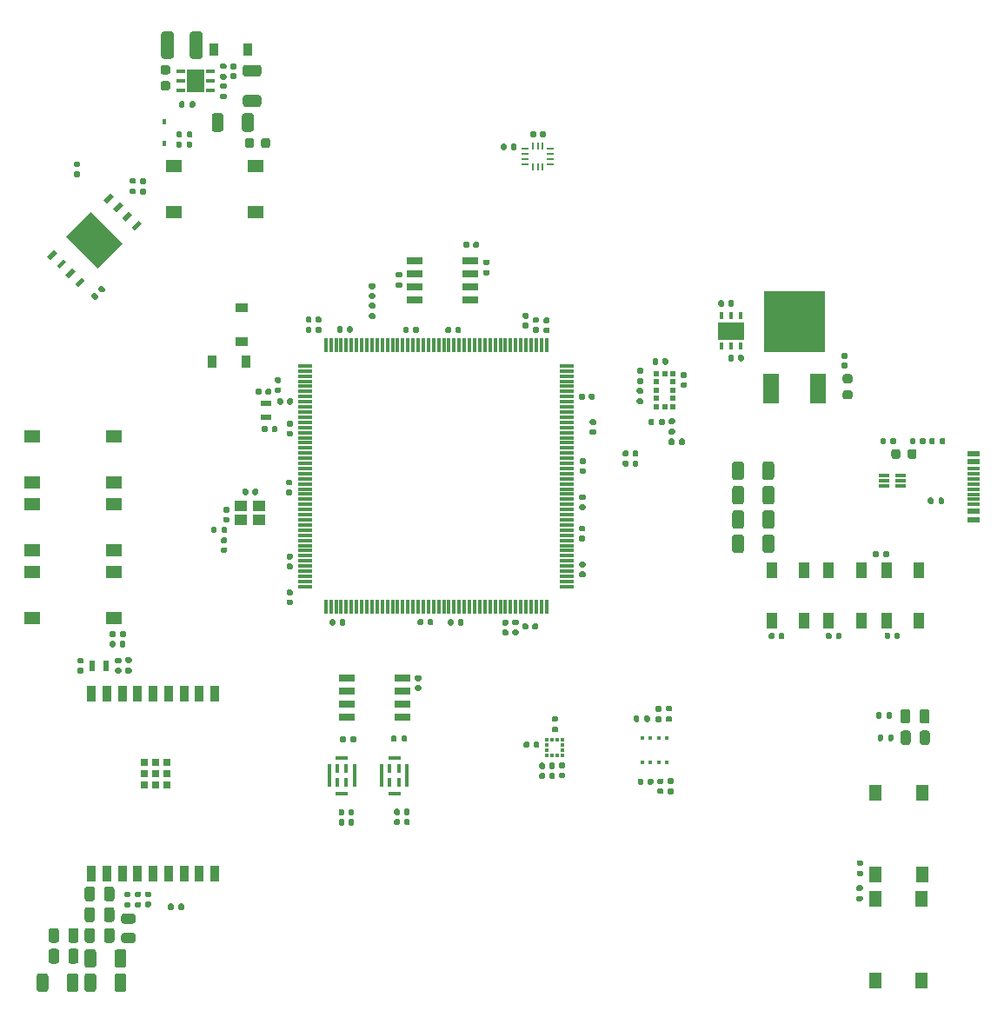
<source format=gtp>
G04 #@! TF.GenerationSoftware,KiCad,Pcbnew,(5.1.12)-1*
G04 #@! TF.CreationDate,2024-11-15T22:41:14+01:00*
G04 #@! TF.ProjectId,C5W1B1V1.0,43355731-4231-4563-912e-302e6b696361,rev?*
G04 #@! TF.SameCoordinates,Original*
G04 #@! TF.FileFunction,Paste,Top*
G04 #@! TF.FilePolarity,Positive*
%FSLAX46Y46*%
G04 Gerber Fmt 4.6, Leading zero omitted, Abs format (unit mm)*
G04 Created by KiCad (PCBNEW (5.1.12)-1) date 2024-11-15 22:41:14*
%MOMM*%
%LPD*%
G01*
G04 APERTURE LIST*
%ADD10R,1.000000X1.500000*%
%ADD11R,1.300000X0.350000*%
%ADD12R,0.350000X2.300000*%
%ADD13R,0.400000X0.950000*%
%ADD14R,1.600000X3.000000*%
%ADD15R,6.000000X6.000000*%
%ADD16R,2.500000X1.750000*%
%ADD17R,0.400000X0.800000*%
%ADD18R,0.700000X0.700000*%
%ADD19R,0.900000X1.500000*%
%ADD20R,0.450000X0.600000*%
%ADD21R,1.550000X1.300000*%
%ADD22R,1.700000X2.200000*%
%ADD23R,0.850000X0.400000*%
%ADD24R,0.900000X1.200000*%
%ADD25R,1.300000X1.550000*%
%ADD26R,0.300000X1.475000*%
%ADD27R,1.475000X0.300000*%
%ADD28R,1.200000X0.900000*%
%ADD29R,0.600000X1.100000*%
%ADD30C,0.100000*%
%ADD31R,1.150000X1.000000*%
%ADD32R,1.100000X0.600000*%
%ADD33R,0.400000X0.400000*%
%ADD34R,0.675000X0.250000*%
%ADD35R,0.250000X0.675000*%
%ADD36R,0.375000X0.350000*%
%ADD37R,0.350000X0.375000*%
%ADD38R,1.150000X0.300000*%
%ADD39R,1.150000X0.600000*%
%ADD40R,0.990000X0.300000*%
%ADD41R,0.500000X0.500000*%
%ADD42R,1.525000X0.700000*%
G04 APERTURE END LIST*
G04 #@! TO.C,C73*
G36*
G01*
X112650000Y-93860001D02*
X112650000Y-92559999D01*
G75*
G02*
X112899999Y-92310000I249999J0D01*
G01*
X113550001Y-92310000D01*
G75*
G02*
X113800000Y-92559999I0J-249999D01*
G01*
X113800000Y-93860001D01*
G75*
G02*
X113550001Y-94110000I-249999J0D01*
G01*
X112899999Y-94110000D01*
G75*
G02*
X112650000Y-93860001I0J249999D01*
G01*
G37*
G36*
G01*
X109700000Y-93860001D02*
X109700000Y-92559999D01*
G75*
G02*
X109949999Y-92310000I249999J0D01*
G01*
X110600001Y-92310000D01*
G75*
G02*
X110850000Y-92559999I0J-249999D01*
G01*
X110850000Y-93860001D01*
G75*
G02*
X110600001Y-94110000I-249999J0D01*
G01*
X109949999Y-94110000D01*
G75*
G02*
X109700000Y-93860001I0J249999D01*
G01*
G37*
G04 #@! TD*
G04 #@! TO.C,C72*
G36*
G01*
X112650000Y-91490001D02*
X112650000Y-90189999D01*
G75*
G02*
X112899999Y-89940000I249999J0D01*
G01*
X113550001Y-89940000D01*
G75*
G02*
X113800000Y-90189999I0J-249999D01*
G01*
X113800000Y-91490001D01*
G75*
G02*
X113550001Y-91740000I-249999J0D01*
G01*
X112899999Y-91740000D01*
G75*
G02*
X112650000Y-91490001I0J249999D01*
G01*
G37*
G36*
G01*
X109700000Y-91490001D02*
X109700000Y-90189999D01*
G75*
G02*
X109949999Y-89940000I249999J0D01*
G01*
X110600001Y-89940000D01*
G75*
G02*
X110850000Y-90189999I0J-249999D01*
G01*
X110850000Y-91490001D01*
G75*
G02*
X110600001Y-91740000I-249999J0D01*
G01*
X109949999Y-91740000D01*
G75*
G02*
X109700000Y-91490001I0J249999D01*
G01*
G37*
G04 #@! TD*
G04 #@! TO.C,C71*
G36*
G01*
X112650000Y-96220001D02*
X112650000Y-94919999D01*
G75*
G02*
X112899999Y-94670000I249999J0D01*
G01*
X113550001Y-94670000D01*
G75*
G02*
X113800000Y-94919999I0J-249999D01*
G01*
X113800000Y-96220001D01*
G75*
G02*
X113550001Y-96470000I-249999J0D01*
G01*
X112899999Y-96470000D01*
G75*
G02*
X112650000Y-96220001I0J249999D01*
G01*
G37*
G36*
G01*
X109700000Y-96220001D02*
X109700000Y-94919999D01*
G75*
G02*
X109949999Y-94670000I249999J0D01*
G01*
X110600001Y-94670000D01*
G75*
G02*
X110850000Y-94919999I0J-249999D01*
G01*
X110850000Y-96220001D01*
G75*
G02*
X110600001Y-96470000I-249999J0D01*
G01*
X109949999Y-96470000D01*
G75*
G02*
X109700000Y-96220001I0J249999D01*
G01*
G37*
G04 #@! TD*
G04 #@! TO.C,C70*
G36*
G01*
X112630000Y-89110001D02*
X112630000Y-87809999D01*
G75*
G02*
X112879999Y-87560000I249999J0D01*
G01*
X113530001Y-87560000D01*
G75*
G02*
X113780000Y-87809999I0J-249999D01*
G01*
X113780000Y-89110001D01*
G75*
G02*
X113530001Y-89360000I-249999J0D01*
G01*
X112879999Y-89360000D01*
G75*
G02*
X112630000Y-89110001I0J249999D01*
G01*
G37*
G36*
G01*
X109680000Y-89110001D02*
X109680000Y-87809999D01*
G75*
G02*
X109929999Y-87560000I249999J0D01*
G01*
X110580001Y-87560000D01*
G75*
G02*
X110830000Y-87809999I0J-249999D01*
G01*
X110830000Y-89110001D01*
G75*
G02*
X110580001Y-89360000I-249999J0D01*
G01*
X109929999Y-89360000D01*
G75*
G02*
X109680000Y-89110001I0J249999D01*
G01*
G37*
G04 #@! TD*
G04 #@! TO.C,C77*
G36*
G01*
X71920000Y-121560000D02*
X71920000Y-121900000D01*
G75*
G02*
X71780000Y-122040000I-140000J0D01*
G01*
X71500000Y-122040000D01*
G75*
G02*
X71360000Y-121900000I0J140000D01*
G01*
X71360000Y-121560000D01*
G75*
G02*
X71500000Y-121420000I140000J0D01*
G01*
X71780000Y-121420000D01*
G75*
G02*
X71920000Y-121560000I0J-140000D01*
G01*
G37*
G36*
G01*
X72880000Y-121560000D02*
X72880000Y-121900000D01*
G75*
G02*
X72740000Y-122040000I-140000J0D01*
G01*
X72460000Y-122040000D01*
G75*
G02*
X72320000Y-121900000I0J140000D01*
G01*
X72320000Y-121560000D01*
G75*
G02*
X72460000Y-121420000I140000J0D01*
G01*
X72740000Y-121420000D01*
G75*
G02*
X72880000Y-121560000I0J-140000D01*
G01*
G37*
G04 #@! TD*
G04 #@! TO.C,C79*
G36*
G01*
X77330000Y-121530000D02*
X77330000Y-121870000D01*
G75*
G02*
X77190000Y-122010000I-140000J0D01*
G01*
X76910000Y-122010000D01*
G75*
G02*
X76770000Y-121870000I0J140000D01*
G01*
X76770000Y-121530000D01*
G75*
G02*
X76910000Y-121390000I140000J0D01*
G01*
X77190000Y-121390000D01*
G75*
G02*
X77330000Y-121530000I0J-140000D01*
G01*
G37*
G36*
G01*
X78290000Y-121530000D02*
X78290000Y-121870000D01*
G75*
G02*
X78150000Y-122010000I-140000J0D01*
G01*
X77870000Y-122010000D01*
G75*
G02*
X77730000Y-121870000I0J140000D01*
G01*
X77730000Y-121530000D01*
G75*
G02*
X77870000Y-121390000I140000J0D01*
G01*
X78150000Y-121390000D01*
G75*
G02*
X78290000Y-121530000I0J-140000D01*
G01*
G37*
G04 #@! TD*
G04 #@! TO.C,C75*
G36*
G01*
X119790000Y-104740000D02*
X119790000Y-104400000D01*
G75*
G02*
X119930000Y-104260000I140000J0D01*
G01*
X120210000Y-104260000D01*
G75*
G02*
X120350000Y-104400000I0J-140000D01*
G01*
X120350000Y-104740000D01*
G75*
G02*
X120210000Y-104880000I-140000J0D01*
G01*
X119930000Y-104880000D01*
G75*
G02*
X119790000Y-104740000I0J140000D01*
G01*
G37*
G36*
G01*
X118830000Y-104740000D02*
X118830000Y-104400000D01*
G75*
G02*
X118970000Y-104260000I140000J0D01*
G01*
X119250000Y-104260000D01*
G75*
G02*
X119390000Y-104400000I0J-140000D01*
G01*
X119390000Y-104740000D01*
G75*
G02*
X119250000Y-104880000I-140000J0D01*
G01*
X118970000Y-104880000D01*
G75*
G02*
X118830000Y-104740000I0J140000D01*
G01*
G37*
G04 #@! TD*
G04 #@! TO.C,C76*
G36*
G01*
X114220000Y-104740000D02*
X114220000Y-104400000D01*
G75*
G02*
X114360000Y-104260000I140000J0D01*
G01*
X114640000Y-104260000D01*
G75*
G02*
X114780000Y-104400000I0J-140000D01*
G01*
X114780000Y-104740000D01*
G75*
G02*
X114640000Y-104880000I-140000J0D01*
G01*
X114360000Y-104880000D01*
G75*
G02*
X114220000Y-104740000I0J140000D01*
G01*
G37*
G36*
G01*
X113260000Y-104740000D02*
X113260000Y-104400000D01*
G75*
G02*
X113400000Y-104260000I140000J0D01*
G01*
X113680000Y-104260000D01*
G75*
G02*
X113820000Y-104400000I0J-140000D01*
G01*
X113820000Y-104740000D01*
G75*
G02*
X113680000Y-104880000I-140000J0D01*
G01*
X113400000Y-104880000D01*
G75*
G02*
X113260000Y-104740000I0J140000D01*
G01*
G37*
G04 #@! TD*
G04 #@! TO.C,C78*
G36*
G01*
X71920000Y-122540000D02*
X71920000Y-122880000D01*
G75*
G02*
X71780000Y-123020000I-140000J0D01*
G01*
X71500000Y-123020000D01*
G75*
G02*
X71360000Y-122880000I0J140000D01*
G01*
X71360000Y-122540000D01*
G75*
G02*
X71500000Y-122400000I140000J0D01*
G01*
X71780000Y-122400000D01*
G75*
G02*
X71920000Y-122540000I0J-140000D01*
G01*
G37*
G36*
G01*
X72880000Y-122540000D02*
X72880000Y-122880000D01*
G75*
G02*
X72740000Y-123020000I-140000J0D01*
G01*
X72460000Y-123020000D01*
G75*
G02*
X72320000Y-122880000I0J140000D01*
G01*
X72320000Y-122540000D01*
G75*
G02*
X72460000Y-122400000I140000J0D01*
G01*
X72740000Y-122400000D01*
G75*
G02*
X72880000Y-122540000I0J-140000D01*
G01*
G37*
G04 #@! TD*
D10*
G04 #@! TO.C,D11*
X113540000Y-103030000D03*
X116740000Y-103030000D03*
X113540000Y-98130000D03*
X116740000Y-98130000D03*
G04 #@! TD*
G04 #@! TO.C,C80*
G36*
G01*
X77330000Y-122510000D02*
X77330000Y-122850000D01*
G75*
G02*
X77190000Y-122990000I-140000J0D01*
G01*
X76910000Y-122990000D01*
G75*
G02*
X76770000Y-122850000I0J140000D01*
G01*
X76770000Y-122510000D01*
G75*
G02*
X76910000Y-122370000I140000J0D01*
G01*
X77190000Y-122370000D01*
G75*
G02*
X77330000Y-122510000I0J-140000D01*
G01*
G37*
G36*
G01*
X78290000Y-122510000D02*
X78290000Y-122850000D01*
G75*
G02*
X78150000Y-122990000I-140000J0D01*
G01*
X77870000Y-122990000D01*
G75*
G02*
X77730000Y-122850000I0J140000D01*
G01*
X77730000Y-122510000D01*
G75*
G02*
X77870000Y-122370000I140000J0D01*
G01*
X78150000Y-122370000D01*
G75*
G02*
X78290000Y-122510000I0J-140000D01*
G01*
G37*
G04 #@! TD*
D11*
G04 #@! TO.C,MK1*
X71670000Y-119895000D03*
X71670000Y-116445000D03*
D12*
X72895000Y-118170000D03*
X70445000Y-118170000D03*
D13*
X72120000Y-117495000D03*
X72120000Y-118845000D03*
X71220000Y-118845000D03*
X71220000Y-117495000D03*
G04 #@! TD*
D11*
G04 #@! TO.C,MK2*
X76790000Y-119885000D03*
X76790000Y-116435000D03*
D12*
X78015000Y-118160000D03*
X75565000Y-118160000D03*
D13*
X77240000Y-117485000D03*
X77240000Y-118835000D03*
X76340000Y-118835000D03*
X76340000Y-117485000D03*
G04 #@! TD*
G04 #@! TO.C,R34*
G36*
G01*
X72530000Y-114785000D02*
X72530000Y-114415000D01*
G75*
G02*
X72665000Y-114280000I135000J0D01*
G01*
X72935000Y-114280000D01*
G75*
G02*
X73070000Y-114415000I0J-135000D01*
G01*
X73070000Y-114785000D01*
G75*
G02*
X72935000Y-114920000I-135000J0D01*
G01*
X72665000Y-114920000D01*
G75*
G02*
X72530000Y-114785000I0J135000D01*
G01*
G37*
G36*
G01*
X71510000Y-114785000D02*
X71510000Y-114415000D01*
G75*
G02*
X71645000Y-114280000I135000J0D01*
G01*
X71915000Y-114280000D01*
G75*
G02*
X72050000Y-114415000I0J-135000D01*
G01*
X72050000Y-114785000D01*
G75*
G02*
X71915000Y-114920000I-135000J0D01*
G01*
X71645000Y-114920000D01*
G75*
G02*
X71510000Y-114785000I0J135000D01*
G01*
G37*
G04 #@! TD*
D10*
G04 #@! TO.C,D10*
X119110000Y-103030000D03*
X122310000Y-103030000D03*
X119110000Y-98130000D03*
X122310000Y-98130000D03*
G04 #@! TD*
G04 #@! TO.C,R35*
G36*
G01*
X77490000Y-114735000D02*
X77490000Y-114365000D01*
G75*
G02*
X77625000Y-114230000I135000J0D01*
G01*
X77895000Y-114230000D01*
G75*
G02*
X78030000Y-114365000I0J-135000D01*
G01*
X78030000Y-114735000D01*
G75*
G02*
X77895000Y-114870000I-135000J0D01*
G01*
X77625000Y-114870000D01*
G75*
G02*
X77490000Y-114735000I0J135000D01*
G01*
G37*
G36*
G01*
X76470000Y-114735000D02*
X76470000Y-114365000D01*
G75*
G02*
X76605000Y-114230000I135000J0D01*
G01*
X76875000Y-114230000D01*
G75*
G02*
X77010000Y-114365000I0J-135000D01*
G01*
X77010000Y-114735000D01*
G75*
G02*
X76875000Y-114870000I-135000J0D01*
G01*
X76605000Y-114870000D01*
G75*
G02*
X76470000Y-114735000I0J135000D01*
G01*
G37*
G04 #@! TD*
G04 #@! TO.C,F2*
G36*
G01*
X121196250Y-79930000D02*
X120683750Y-79930000D01*
G75*
G02*
X120465000Y-79711250I0J218750D01*
G01*
X120465000Y-79273750D01*
G75*
G02*
X120683750Y-79055000I218750J0D01*
G01*
X121196250Y-79055000D01*
G75*
G02*
X121415000Y-79273750I0J-218750D01*
G01*
X121415000Y-79711250D01*
G75*
G02*
X121196250Y-79930000I-218750J0D01*
G01*
G37*
G36*
G01*
X121196250Y-81505000D02*
X120683750Y-81505000D01*
G75*
G02*
X120465000Y-81286250I0J218750D01*
G01*
X120465000Y-80848750D01*
G75*
G02*
X120683750Y-80630000I218750J0D01*
G01*
X121196250Y-80630000D01*
G75*
G02*
X121415000Y-80848750I0J-218750D01*
G01*
X121415000Y-81286250D01*
G75*
G02*
X121196250Y-81505000I-218750J0D01*
G01*
G37*
G04 #@! TD*
D14*
G04 #@! TO.C,D9*
X118070000Y-80470000D03*
D15*
X115770000Y-73970000D03*
D14*
X113470000Y-80470000D03*
G04 #@! TD*
G04 #@! TO.C,C74*
G36*
G01*
X120800000Y-77540000D02*
X120460000Y-77540000D01*
G75*
G02*
X120320000Y-77400000I0J140000D01*
G01*
X120320000Y-77120000D01*
G75*
G02*
X120460000Y-76980000I140000J0D01*
G01*
X120800000Y-76980000D01*
G75*
G02*
X120940000Y-77120000I0J-140000D01*
G01*
X120940000Y-77400000D01*
G75*
G02*
X120800000Y-77540000I-140000J0D01*
G01*
G37*
G36*
G01*
X120800000Y-78500000D02*
X120460000Y-78500000D01*
G75*
G02*
X120320000Y-78360000I0J140000D01*
G01*
X120320000Y-78080000D01*
G75*
G02*
X120460000Y-77940000I140000J0D01*
G01*
X120800000Y-77940000D01*
G75*
G02*
X120940000Y-78080000I0J-140000D01*
G01*
X120940000Y-78360000D01*
G75*
G02*
X120800000Y-78500000I-140000J0D01*
G01*
G37*
G04 #@! TD*
D16*
G04 #@! TO.C,U9*
X109580000Y-74840000D03*
D17*
X110530000Y-76340000D03*
X109580000Y-76340000D03*
X108630000Y-76340000D03*
X108630000Y-73340000D03*
X109580000Y-73340000D03*
X110530000Y-73340000D03*
G04 #@! TD*
G04 #@! TO.C,C54*
G36*
G01*
X109860000Y-77310000D02*
X109860000Y-77650000D01*
G75*
G02*
X109720000Y-77790000I-140000J0D01*
G01*
X109440000Y-77790000D01*
G75*
G02*
X109300000Y-77650000I0J140000D01*
G01*
X109300000Y-77310000D01*
G75*
G02*
X109440000Y-77170000I140000J0D01*
G01*
X109720000Y-77170000D01*
G75*
G02*
X109860000Y-77310000I0J-140000D01*
G01*
G37*
G36*
G01*
X110820000Y-77310000D02*
X110820000Y-77650000D01*
G75*
G02*
X110680000Y-77790000I-140000J0D01*
G01*
X110400000Y-77790000D01*
G75*
G02*
X110260000Y-77650000I0J140000D01*
G01*
X110260000Y-77310000D01*
G75*
G02*
X110400000Y-77170000I140000J0D01*
G01*
X110680000Y-77170000D01*
G75*
G02*
X110820000Y-77310000I0J-140000D01*
G01*
G37*
G04 #@! TD*
G04 #@! TO.C,C53*
G36*
G01*
X109310000Y-72330000D02*
X109310000Y-71990000D01*
G75*
G02*
X109450000Y-71850000I140000J0D01*
G01*
X109730000Y-71850000D01*
G75*
G02*
X109870000Y-71990000I0J-140000D01*
G01*
X109870000Y-72330000D01*
G75*
G02*
X109730000Y-72470000I-140000J0D01*
G01*
X109450000Y-72470000D01*
G75*
G02*
X109310000Y-72330000I0J140000D01*
G01*
G37*
G36*
G01*
X108350000Y-72330000D02*
X108350000Y-71990000D01*
G75*
G02*
X108490000Y-71850000I140000J0D01*
G01*
X108770000Y-71850000D01*
G75*
G02*
X108910000Y-71990000I0J-140000D01*
G01*
X108910000Y-72330000D01*
G75*
G02*
X108770000Y-72470000I-140000J0D01*
G01*
X108490000Y-72470000D01*
G75*
G02*
X108350000Y-72330000I0J140000D01*
G01*
G37*
G04 #@! TD*
G04 #@! TO.C,R11*
G36*
G01*
X50975000Y-130000000D02*
X50605000Y-130000000D01*
G75*
G02*
X50470000Y-129865000I0J135000D01*
G01*
X50470000Y-129595000D01*
G75*
G02*
X50605000Y-129460000I135000J0D01*
G01*
X50975000Y-129460000D01*
G75*
G02*
X51110000Y-129595000I0J-135000D01*
G01*
X51110000Y-129865000D01*
G75*
G02*
X50975000Y-130000000I-135000J0D01*
G01*
G37*
G36*
G01*
X50975000Y-131020000D02*
X50605000Y-131020000D01*
G75*
G02*
X50470000Y-130885000I0J135000D01*
G01*
X50470000Y-130615000D01*
G75*
G02*
X50605000Y-130480000I135000J0D01*
G01*
X50975000Y-130480000D01*
G75*
G02*
X51110000Y-130615000I0J-135000D01*
G01*
X51110000Y-130885000D01*
G75*
G02*
X50975000Y-131020000I-135000J0D01*
G01*
G37*
G04 #@! TD*
G04 #@! TO.C,R10*
G36*
G01*
X51995000Y-129990000D02*
X51625000Y-129990000D01*
G75*
G02*
X51490000Y-129855000I0J135000D01*
G01*
X51490000Y-129585000D01*
G75*
G02*
X51625000Y-129450000I135000J0D01*
G01*
X51995000Y-129450000D01*
G75*
G02*
X52130000Y-129585000I0J-135000D01*
G01*
X52130000Y-129855000D01*
G75*
G02*
X51995000Y-129990000I-135000J0D01*
G01*
G37*
G36*
G01*
X51995000Y-131010000D02*
X51625000Y-131010000D01*
G75*
G02*
X51490000Y-130875000I0J135000D01*
G01*
X51490000Y-130605000D01*
G75*
G02*
X51625000Y-130470000I135000J0D01*
G01*
X51995000Y-130470000D01*
G75*
G02*
X52130000Y-130605000I0J-135000D01*
G01*
X52130000Y-130875000D01*
G75*
G02*
X51995000Y-131010000I-135000J0D01*
G01*
G37*
G04 #@! TD*
G04 #@! TO.C,D3*
G36*
G01*
X51346250Y-132580000D02*
X50433750Y-132580000D01*
G75*
G02*
X50190000Y-132336250I0J243750D01*
G01*
X50190000Y-131848750D01*
G75*
G02*
X50433750Y-131605000I243750J0D01*
G01*
X51346250Y-131605000D01*
G75*
G02*
X51590000Y-131848750I0J-243750D01*
G01*
X51590000Y-132336250D01*
G75*
G02*
X51346250Y-132580000I-243750J0D01*
G01*
G37*
G36*
G01*
X51346250Y-134455000D02*
X50433750Y-134455000D01*
G75*
G02*
X50190000Y-134211250I0J243750D01*
G01*
X50190000Y-133723750D01*
G75*
G02*
X50433750Y-133480000I243750J0D01*
G01*
X51346250Y-133480000D01*
G75*
G02*
X51590000Y-133723750I0J-243750D01*
G01*
X51590000Y-134211250D01*
G75*
G02*
X51346250Y-134455000I-243750J0D01*
G01*
G37*
G04 #@! TD*
G04 #@! TO.C,C34*
G36*
G01*
X52980000Y-130000000D02*
X52640000Y-130000000D01*
G75*
G02*
X52500000Y-129860000I0J140000D01*
G01*
X52500000Y-129580000D01*
G75*
G02*
X52640000Y-129440000I140000J0D01*
G01*
X52980000Y-129440000D01*
G75*
G02*
X53120000Y-129580000I0J-140000D01*
G01*
X53120000Y-129860000D01*
G75*
G02*
X52980000Y-130000000I-140000J0D01*
G01*
G37*
G36*
G01*
X52980000Y-130960000D02*
X52640000Y-130960000D01*
G75*
G02*
X52500000Y-130820000I0J140000D01*
G01*
X52500000Y-130540000D01*
G75*
G02*
X52640000Y-130400000I140000J0D01*
G01*
X52980000Y-130400000D01*
G75*
G02*
X53120000Y-130540000I0J-140000D01*
G01*
X53120000Y-130820000D01*
G75*
G02*
X52980000Y-130960000I-140000J0D01*
G01*
G37*
G04 #@! TD*
D18*
G04 #@! TO.C,U12*
X54600000Y-116880000D03*
X54600000Y-117980000D03*
X54600000Y-119080000D03*
X53500000Y-119080000D03*
X52400000Y-119080000D03*
X52400000Y-117980000D03*
X52400000Y-116880000D03*
X53500000Y-116880000D03*
X53500000Y-117980000D03*
D19*
X47300000Y-110190000D03*
X48800000Y-110190000D03*
X50300000Y-110190000D03*
X51800000Y-110190000D03*
X53300000Y-110190000D03*
X54800000Y-110190000D03*
X56300000Y-110190000D03*
X57800000Y-110190000D03*
X59300000Y-110190000D03*
X59300000Y-127690000D03*
X57800000Y-127690000D03*
X56300000Y-127690000D03*
X54800000Y-127690000D03*
X53300000Y-127690000D03*
X51800000Y-127690000D03*
X50300000Y-127690000D03*
X48800000Y-127690000D03*
X47300000Y-127690000D03*
G04 #@! TD*
G04 #@! TO.C,C69*
G36*
G01*
X47620000Y-129205000D02*
X47620000Y-130155000D01*
G75*
G02*
X47370000Y-130405000I-250000J0D01*
G01*
X46870000Y-130405000D01*
G75*
G02*
X46620000Y-130155000I0J250000D01*
G01*
X46620000Y-129205000D01*
G75*
G02*
X46870000Y-128955000I250000J0D01*
G01*
X47370000Y-128955000D01*
G75*
G02*
X47620000Y-129205000I0J-250000D01*
G01*
G37*
G36*
G01*
X49520000Y-129205000D02*
X49520000Y-130155000D01*
G75*
G02*
X49270000Y-130405000I-250000J0D01*
G01*
X48770000Y-130405000D01*
G75*
G02*
X48520000Y-130155000I0J250000D01*
G01*
X48520000Y-129205000D01*
G75*
G02*
X48770000Y-128955000I250000J0D01*
G01*
X49270000Y-128955000D01*
G75*
G02*
X49520000Y-129205000I0J-250000D01*
G01*
G37*
G04 #@! TD*
G04 #@! TO.C,C68*
G36*
G01*
X47620000Y-131225000D02*
X47620000Y-132175000D01*
G75*
G02*
X47370000Y-132425000I-250000J0D01*
G01*
X46870000Y-132425000D01*
G75*
G02*
X46620000Y-132175000I0J250000D01*
G01*
X46620000Y-131225000D01*
G75*
G02*
X46870000Y-130975000I250000J0D01*
G01*
X47370000Y-130975000D01*
G75*
G02*
X47620000Y-131225000I0J-250000D01*
G01*
G37*
G36*
G01*
X49520000Y-131225000D02*
X49520000Y-132175000D01*
G75*
G02*
X49270000Y-132425000I-250000J0D01*
G01*
X48770000Y-132425000D01*
G75*
G02*
X48520000Y-132175000I0J250000D01*
G01*
X48520000Y-131225000D01*
G75*
G02*
X48770000Y-130975000I250000J0D01*
G01*
X49270000Y-130975000D01*
G75*
G02*
X49520000Y-131225000I0J-250000D01*
G01*
G37*
G04 #@! TD*
G04 #@! TO.C,C65*
G36*
G01*
X47620000Y-133245000D02*
X47620000Y-134195000D01*
G75*
G02*
X47370000Y-134445000I-250000J0D01*
G01*
X46870000Y-134445000D01*
G75*
G02*
X46620000Y-134195000I0J250000D01*
G01*
X46620000Y-133245000D01*
G75*
G02*
X46870000Y-132995000I250000J0D01*
G01*
X47370000Y-132995000D01*
G75*
G02*
X47620000Y-133245000I0J-250000D01*
G01*
G37*
G36*
G01*
X49520000Y-133245000D02*
X49520000Y-134195000D01*
G75*
G02*
X49270000Y-134445000I-250000J0D01*
G01*
X48770000Y-134445000D01*
G75*
G02*
X48520000Y-134195000I0J250000D01*
G01*
X48520000Y-133245000D01*
G75*
G02*
X48770000Y-132995000I250000J0D01*
G01*
X49270000Y-132995000D01*
G75*
G02*
X49520000Y-133245000I0J-250000D01*
G01*
G37*
G04 #@! TD*
G04 #@! TO.C,C64*
G36*
G01*
X45030000Y-134195000D02*
X45030000Y-133245000D01*
G75*
G02*
X45280000Y-132995000I250000J0D01*
G01*
X45780000Y-132995000D01*
G75*
G02*
X46030000Y-133245000I0J-250000D01*
G01*
X46030000Y-134195000D01*
G75*
G02*
X45780000Y-134445000I-250000J0D01*
G01*
X45280000Y-134445000D01*
G75*
G02*
X45030000Y-134195000I0J250000D01*
G01*
G37*
G36*
G01*
X43130000Y-134195000D02*
X43130000Y-133245000D01*
G75*
G02*
X43380000Y-132995000I250000J0D01*
G01*
X43880000Y-132995000D01*
G75*
G02*
X44130000Y-133245000I0J-250000D01*
G01*
X44130000Y-134195000D01*
G75*
G02*
X43880000Y-134445000I-250000J0D01*
G01*
X43380000Y-134445000D01*
G75*
G02*
X43130000Y-134195000I0J250000D01*
G01*
G37*
G04 #@! TD*
G04 #@! TO.C,C62*
G36*
G01*
X45030000Y-136215000D02*
X45030000Y-135265000D01*
G75*
G02*
X45280000Y-135015000I250000J0D01*
G01*
X45780000Y-135015000D01*
G75*
G02*
X46030000Y-135265000I0J-250000D01*
G01*
X46030000Y-136215000D01*
G75*
G02*
X45780000Y-136465000I-250000J0D01*
G01*
X45280000Y-136465000D01*
G75*
G02*
X45030000Y-136215000I0J250000D01*
G01*
G37*
G36*
G01*
X43130000Y-136215000D02*
X43130000Y-135265000D01*
G75*
G02*
X43380000Y-135015000I250000J0D01*
G01*
X43880000Y-135015000D01*
G75*
G02*
X44130000Y-135265000I0J-250000D01*
G01*
X44130000Y-136215000D01*
G75*
G02*
X43880000Y-136465000I-250000J0D01*
G01*
X43380000Y-136465000D01*
G75*
G02*
X43130000Y-136215000I0J250000D01*
G01*
G37*
G04 #@! TD*
G04 #@! TO.C,C37*
G36*
G01*
X47750000Y-135309999D02*
X47750000Y-136610001D01*
G75*
G02*
X47500001Y-136860000I-249999J0D01*
G01*
X46849999Y-136860000D01*
G75*
G02*
X46600000Y-136610001I0J249999D01*
G01*
X46600000Y-135309999D01*
G75*
G02*
X46849999Y-135060000I249999J0D01*
G01*
X47500001Y-135060000D01*
G75*
G02*
X47750000Y-135309999I0J-249999D01*
G01*
G37*
G36*
G01*
X50700000Y-135309999D02*
X50700000Y-136610001D01*
G75*
G02*
X50450001Y-136860000I-249999J0D01*
G01*
X49799999Y-136860000D01*
G75*
G02*
X49550000Y-136610001I0J249999D01*
G01*
X49550000Y-135309999D01*
G75*
G02*
X49799999Y-135060000I249999J0D01*
G01*
X50450001Y-135060000D01*
G75*
G02*
X50700000Y-135309999I0J-249999D01*
G01*
G37*
G04 #@! TD*
G04 #@! TO.C,C36*
G36*
G01*
X47750000Y-137669999D02*
X47750000Y-138970001D01*
G75*
G02*
X47500001Y-139220000I-249999J0D01*
G01*
X46849999Y-139220000D01*
G75*
G02*
X46600000Y-138970001I0J249999D01*
G01*
X46600000Y-137669999D01*
G75*
G02*
X46849999Y-137420000I249999J0D01*
G01*
X47500001Y-137420000D01*
G75*
G02*
X47750000Y-137669999I0J-249999D01*
G01*
G37*
G36*
G01*
X50700000Y-137669999D02*
X50700000Y-138970001D01*
G75*
G02*
X50450001Y-139220000I-249999J0D01*
G01*
X49799999Y-139220000D01*
G75*
G02*
X49550000Y-138970001I0J249999D01*
G01*
X49550000Y-137669999D01*
G75*
G02*
X49799999Y-137420000I249999J0D01*
G01*
X50450001Y-137420000D01*
G75*
G02*
X50700000Y-137669999I0J-249999D01*
G01*
G37*
G04 #@! TD*
G04 #@! TO.C,C35*
G36*
G01*
X44890000Y-138970001D02*
X44890000Y-137669999D01*
G75*
G02*
X45139999Y-137420000I249999J0D01*
G01*
X45790001Y-137420000D01*
G75*
G02*
X46040000Y-137669999I0J-249999D01*
G01*
X46040000Y-138970001D01*
G75*
G02*
X45790001Y-139220000I-249999J0D01*
G01*
X45139999Y-139220000D01*
G75*
G02*
X44890000Y-138970001I0J249999D01*
G01*
G37*
G36*
G01*
X41940000Y-138970001D02*
X41940000Y-137669999D01*
G75*
G02*
X42189999Y-137420000I249999J0D01*
G01*
X42840001Y-137420000D01*
G75*
G02*
X43090000Y-137669999I0J-249999D01*
G01*
X43090000Y-138970001D01*
G75*
G02*
X42840001Y-139220000I-249999J0D01*
G01*
X42189999Y-139220000D01*
G75*
G02*
X41940000Y-138970001I0J249999D01*
G01*
G37*
G04 #@! TD*
G04 #@! TO.C,L1*
G36*
G01*
X56875000Y-48085000D02*
X56875000Y-45935000D01*
G75*
G02*
X57125000Y-45685000I250000J0D01*
G01*
X57875000Y-45685000D01*
G75*
G02*
X58125000Y-45935000I0J-250000D01*
G01*
X58125000Y-48085000D01*
G75*
G02*
X57875000Y-48335000I-250000J0D01*
G01*
X57125000Y-48335000D01*
G75*
G02*
X56875000Y-48085000I0J250000D01*
G01*
G37*
G36*
G01*
X54075000Y-48085000D02*
X54075000Y-45935000D01*
G75*
G02*
X54325000Y-45685000I250000J0D01*
G01*
X55075000Y-45685000D01*
G75*
G02*
X55325000Y-45935000I0J-250000D01*
G01*
X55325000Y-48085000D01*
G75*
G02*
X55075000Y-48335000I-250000J0D01*
G01*
X54325000Y-48335000D01*
G75*
G02*
X54075000Y-48085000I0J250000D01*
G01*
G37*
G04 #@! TD*
G04 #@! TO.C,R33*
G36*
G01*
X56580000Y-55885000D02*
X56580000Y-55515000D01*
G75*
G02*
X56715000Y-55380000I135000J0D01*
G01*
X56985000Y-55380000D01*
G75*
G02*
X57120000Y-55515000I0J-135000D01*
G01*
X57120000Y-55885000D01*
G75*
G02*
X56985000Y-56020000I-135000J0D01*
G01*
X56715000Y-56020000D01*
G75*
G02*
X56580000Y-55885000I0J135000D01*
G01*
G37*
G36*
G01*
X55560000Y-55885000D02*
X55560000Y-55515000D01*
G75*
G02*
X55695000Y-55380000I135000J0D01*
G01*
X55965000Y-55380000D01*
G75*
G02*
X56100000Y-55515000I0J-135000D01*
G01*
X56100000Y-55885000D01*
G75*
G02*
X55965000Y-56020000I-135000J0D01*
G01*
X55695000Y-56020000D01*
G75*
G02*
X55560000Y-55885000I0J135000D01*
G01*
G37*
G04 #@! TD*
G04 #@! TO.C,C60*
G36*
G01*
X45710000Y-59300000D02*
X46050000Y-59300000D01*
G75*
G02*
X46190000Y-59440000I0J-140000D01*
G01*
X46190000Y-59720000D01*
G75*
G02*
X46050000Y-59860000I-140000J0D01*
G01*
X45710000Y-59860000D01*
G75*
G02*
X45570000Y-59720000I0J140000D01*
G01*
X45570000Y-59440000D01*
G75*
G02*
X45710000Y-59300000I140000J0D01*
G01*
G37*
G36*
G01*
X45710000Y-58340000D02*
X46050000Y-58340000D01*
G75*
G02*
X46190000Y-58480000I0J-140000D01*
G01*
X46190000Y-58760000D01*
G75*
G02*
X46050000Y-58900000I-140000J0D01*
G01*
X45710000Y-58900000D01*
G75*
G02*
X45570000Y-58760000I0J140000D01*
G01*
X45570000Y-58480000D01*
G75*
G02*
X45710000Y-58340000I140000J0D01*
G01*
G37*
G04 #@! TD*
G04 #@! TO.C,R30*
G36*
G01*
X56550000Y-56875000D02*
X56550000Y-56505000D01*
G75*
G02*
X56685000Y-56370000I135000J0D01*
G01*
X56955000Y-56370000D01*
G75*
G02*
X57090000Y-56505000I0J-135000D01*
G01*
X57090000Y-56875000D01*
G75*
G02*
X56955000Y-57010000I-135000J0D01*
G01*
X56685000Y-57010000D01*
G75*
G02*
X56550000Y-56875000I0J135000D01*
G01*
G37*
G36*
G01*
X55530000Y-56875000D02*
X55530000Y-56505000D01*
G75*
G02*
X55665000Y-56370000I135000J0D01*
G01*
X55935000Y-56370000D01*
G75*
G02*
X56070000Y-56505000I0J-135000D01*
G01*
X56070000Y-56875000D01*
G75*
G02*
X55935000Y-57010000I-135000J0D01*
G01*
X55665000Y-57010000D01*
G75*
G02*
X55530000Y-56875000I0J135000D01*
G01*
G37*
G04 #@! TD*
G04 #@! TO.C,R29*
G36*
G01*
X56850000Y-52975000D02*
X56850000Y-52605000D01*
G75*
G02*
X56985000Y-52470000I135000J0D01*
G01*
X57255000Y-52470000D01*
G75*
G02*
X57390000Y-52605000I0J-135000D01*
G01*
X57390000Y-52975000D01*
G75*
G02*
X57255000Y-53110000I-135000J0D01*
G01*
X56985000Y-53110000D01*
G75*
G02*
X56850000Y-52975000I0J135000D01*
G01*
G37*
G36*
G01*
X55830000Y-52975000D02*
X55830000Y-52605000D01*
G75*
G02*
X55965000Y-52470000I135000J0D01*
G01*
X56235000Y-52470000D01*
G75*
G02*
X56370000Y-52605000I0J-135000D01*
G01*
X56370000Y-52975000D01*
G75*
G02*
X56235000Y-53110000I-135000J0D01*
G01*
X55965000Y-53110000D01*
G75*
G02*
X55830000Y-52975000I0J135000D01*
G01*
G37*
G04 #@! TD*
D20*
G04 #@! TO.C,D7*
X54380000Y-54450000D03*
X54380000Y-56550000D03*
G04 #@! TD*
D21*
G04 #@! TO.C,SW1*
X49455000Y-89620000D03*
X49455000Y-85120000D03*
X41505000Y-85120000D03*
X41505000Y-89620000D03*
G04 #@! TD*
G04 #@! TO.C,C66*
G36*
G01*
X63580001Y-50070000D02*
X62279999Y-50070000D01*
G75*
G02*
X62030000Y-49820001I0J249999D01*
G01*
X62030000Y-49169999D01*
G75*
G02*
X62279999Y-48920000I249999J0D01*
G01*
X63580001Y-48920000D01*
G75*
G02*
X63830000Y-49169999I0J-249999D01*
G01*
X63830000Y-49820001D01*
G75*
G02*
X63580001Y-50070000I-249999J0D01*
G01*
G37*
G36*
G01*
X63580001Y-53020000D02*
X62279999Y-53020000D01*
G75*
G02*
X62030000Y-52770001I0J249999D01*
G01*
X62030000Y-52119999D01*
G75*
G02*
X62279999Y-51870000I249999J0D01*
G01*
X63580001Y-51870000D01*
G75*
G02*
X63830000Y-52119999I0J-249999D01*
G01*
X63830000Y-52770001D01*
G75*
G02*
X63580001Y-53020000I-249999J0D01*
G01*
G37*
G04 #@! TD*
G04 #@! TO.C,F3*
G36*
G01*
X63120000Y-56283750D02*
X63120000Y-56796250D01*
G75*
G02*
X62901250Y-57015000I-218750J0D01*
G01*
X62463750Y-57015000D01*
G75*
G02*
X62245000Y-56796250I0J218750D01*
G01*
X62245000Y-56283750D01*
G75*
G02*
X62463750Y-56065000I218750J0D01*
G01*
X62901250Y-56065000D01*
G75*
G02*
X63120000Y-56283750I0J-218750D01*
G01*
G37*
G36*
G01*
X64695000Y-56283750D02*
X64695000Y-56796250D01*
G75*
G02*
X64476250Y-57015000I-218750J0D01*
G01*
X64038750Y-57015000D01*
G75*
G02*
X63820000Y-56796250I0J218750D01*
G01*
X63820000Y-56283750D01*
G75*
G02*
X64038750Y-56065000I218750J0D01*
G01*
X64476250Y-56065000D01*
G75*
G02*
X64695000Y-56283750I0J-218750D01*
G01*
G37*
G04 #@! TD*
G04 #@! TO.C,C67*
G36*
G01*
X60150000Y-53889999D02*
X60150000Y-55190001D01*
G75*
G02*
X59900001Y-55440000I-249999J0D01*
G01*
X59249999Y-55440000D01*
G75*
G02*
X59000000Y-55190001I0J249999D01*
G01*
X59000000Y-53889999D01*
G75*
G02*
X59249999Y-53640000I249999J0D01*
G01*
X59900001Y-53640000D01*
G75*
G02*
X60150000Y-53889999I0J-249999D01*
G01*
G37*
G36*
G01*
X63100000Y-53889999D02*
X63100000Y-55190001D01*
G75*
G02*
X62850001Y-55440000I-249999J0D01*
G01*
X62199999Y-55440000D01*
G75*
G02*
X61950000Y-55190001I0J249999D01*
G01*
X61950000Y-53889999D01*
G75*
G02*
X62199999Y-53640000I249999J0D01*
G01*
X62850001Y-53640000D01*
G75*
G02*
X63100000Y-53889999I0J-249999D01*
G01*
G37*
G04 #@! TD*
G04 #@! TO.C,R32*
G36*
G01*
X60305000Y-51260000D02*
X59935000Y-51260000D01*
G75*
G02*
X59800000Y-51125000I0J135000D01*
G01*
X59800000Y-50855000D01*
G75*
G02*
X59935000Y-50720000I135000J0D01*
G01*
X60305000Y-50720000D01*
G75*
G02*
X60440000Y-50855000I0J-135000D01*
G01*
X60440000Y-51125000D01*
G75*
G02*
X60305000Y-51260000I-135000J0D01*
G01*
G37*
G36*
G01*
X60305000Y-52280000D02*
X59935000Y-52280000D01*
G75*
G02*
X59800000Y-52145000I0J135000D01*
G01*
X59800000Y-51875000D01*
G75*
G02*
X59935000Y-51740000I135000J0D01*
G01*
X60305000Y-51740000D01*
G75*
G02*
X60440000Y-51875000I0J-135000D01*
G01*
X60440000Y-52145000D01*
G75*
G02*
X60305000Y-52280000I-135000J0D01*
G01*
G37*
G04 #@! TD*
G04 #@! TO.C,R31*
G36*
G01*
X59935000Y-49820000D02*
X60305000Y-49820000D01*
G75*
G02*
X60440000Y-49955000I0J-135000D01*
G01*
X60440000Y-50225000D01*
G75*
G02*
X60305000Y-50360000I-135000J0D01*
G01*
X59935000Y-50360000D01*
G75*
G02*
X59800000Y-50225000I0J135000D01*
G01*
X59800000Y-49955000D01*
G75*
G02*
X59935000Y-49820000I135000J0D01*
G01*
G37*
G36*
G01*
X59935000Y-48800000D02*
X60305000Y-48800000D01*
G75*
G02*
X60440000Y-48935000I0J-135000D01*
G01*
X60440000Y-49205000D01*
G75*
G02*
X60305000Y-49340000I-135000J0D01*
G01*
X59935000Y-49340000D01*
G75*
G02*
X59800000Y-49205000I0J135000D01*
G01*
X59800000Y-48935000D01*
G75*
G02*
X59935000Y-48800000I135000J0D01*
G01*
G37*
G04 #@! TD*
D22*
G04 #@! TO.C,U11*
X57430000Y-50460000D03*
D23*
X58880000Y-49510000D03*
X58880000Y-50460000D03*
X58880000Y-51410000D03*
X55980000Y-51410000D03*
X55980000Y-50460000D03*
X55980000Y-49510000D03*
G04 #@! TD*
D24*
G04 #@! TO.C,D8*
X59170000Y-47420000D03*
X62470000Y-47420000D03*
G04 #@! TD*
G04 #@! TO.C,C63*
G36*
G01*
X61290000Y-49350000D02*
X60950000Y-49350000D01*
G75*
G02*
X60810000Y-49210000I0J140000D01*
G01*
X60810000Y-48930000D01*
G75*
G02*
X60950000Y-48790000I140000J0D01*
G01*
X61290000Y-48790000D01*
G75*
G02*
X61430000Y-48930000I0J-140000D01*
G01*
X61430000Y-49210000D01*
G75*
G02*
X61290000Y-49350000I-140000J0D01*
G01*
G37*
G36*
G01*
X61290000Y-50310000D02*
X60950000Y-50310000D01*
G75*
G02*
X60810000Y-50170000I0J140000D01*
G01*
X60810000Y-49890000D01*
G75*
G02*
X60950000Y-49750000I140000J0D01*
G01*
X61290000Y-49750000D01*
G75*
G02*
X61430000Y-49890000I0J-140000D01*
G01*
X61430000Y-50170000D01*
G75*
G02*
X61290000Y-50310000I-140000J0D01*
G01*
G37*
G04 #@! TD*
G04 #@! TO.C,C61*
G36*
G01*
X54730000Y-49855000D02*
X54230000Y-49855000D01*
G75*
G02*
X54005000Y-49630000I0J225000D01*
G01*
X54005000Y-49180000D01*
G75*
G02*
X54230000Y-48955000I225000J0D01*
G01*
X54730000Y-48955000D01*
G75*
G02*
X54955000Y-49180000I0J-225000D01*
G01*
X54955000Y-49630000D01*
G75*
G02*
X54730000Y-49855000I-225000J0D01*
G01*
G37*
G36*
G01*
X54730000Y-51405000D02*
X54230000Y-51405000D01*
G75*
G02*
X54005000Y-51180000I0J225000D01*
G01*
X54005000Y-50730000D01*
G75*
G02*
X54230000Y-50505000I225000J0D01*
G01*
X54730000Y-50505000D01*
G75*
G02*
X54955000Y-50730000I0J-225000D01*
G01*
X54955000Y-51180000D01*
G75*
G02*
X54730000Y-51405000I-225000J0D01*
G01*
G37*
G04 #@! TD*
D25*
G04 #@! TO.C,SW6*
X128170000Y-130125000D03*
X123670000Y-130125000D03*
X123670000Y-138075000D03*
X128170000Y-138075000D03*
G04 #@! TD*
G04 #@! TO.C,SW5*
X128180000Y-119795000D03*
X123680000Y-119795000D03*
X123680000Y-127745000D03*
X128180000Y-127745000D03*
G04 #@! TD*
G04 #@! TO.C,R28*
G36*
G01*
X124400000Y-114285000D02*
X124400000Y-114655000D01*
G75*
G02*
X124265000Y-114790000I-135000J0D01*
G01*
X123995000Y-114790000D01*
G75*
G02*
X123860000Y-114655000I0J135000D01*
G01*
X123860000Y-114285000D01*
G75*
G02*
X123995000Y-114150000I135000J0D01*
G01*
X124265000Y-114150000D01*
G75*
G02*
X124400000Y-114285000I0J-135000D01*
G01*
G37*
G36*
G01*
X125420000Y-114285000D02*
X125420000Y-114655000D01*
G75*
G02*
X125285000Y-114790000I-135000J0D01*
G01*
X125015000Y-114790000D01*
G75*
G02*
X124880000Y-114655000I0J135000D01*
G01*
X124880000Y-114285000D01*
G75*
G02*
X125015000Y-114150000I135000J0D01*
G01*
X125285000Y-114150000D01*
G75*
G02*
X125420000Y-114285000I0J-135000D01*
G01*
G37*
G04 #@! TD*
G04 #@! TO.C,R27*
G36*
G01*
X124250000Y-112085000D02*
X124250000Y-112455000D01*
G75*
G02*
X124115000Y-112590000I-135000J0D01*
G01*
X123845000Y-112590000D01*
G75*
G02*
X123710000Y-112455000I0J135000D01*
G01*
X123710000Y-112085000D01*
G75*
G02*
X123845000Y-111950000I135000J0D01*
G01*
X124115000Y-111950000D01*
G75*
G02*
X124250000Y-112085000I0J-135000D01*
G01*
G37*
G36*
G01*
X125270000Y-112085000D02*
X125270000Y-112455000D01*
G75*
G02*
X125135000Y-112590000I-135000J0D01*
G01*
X124865000Y-112590000D01*
G75*
G02*
X124730000Y-112455000I0J135000D01*
G01*
X124730000Y-112085000D01*
G75*
G02*
X124865000Y-111950000I135000J0D01*
G01*
X125135000Y-111950000D01*
G75*
G02*
X125270000Y-112085000I0J-135000D01*
G01*
G37*
G04 #@! TD*
G04 #@! TO.C,R26*
G36*
G01*
X123950000Y-96395000D02*
X123950000Y-96765000D01*
G75*
G02*
X123815000Y-96900000I-135000J0D01*
G01*
X123545000Y-96900000D01*
G75*
G02*
X123410000Y-96765000I0J135000D01*
G01*
X123410000Y-96395000D01*
G75*
G02*
X123545000Y-96260000I135000J0D01*
G01*
X123815000Y-96260000D01*
G75*
G02*
X123950000Y-96395000I0J-135000D01*
G01*
G37*
G36*
G01*
X124970000Y-96395000D02*
X124970000Y-96765000D01*
G75*
G02*
X124835000Y-96900000I-135000J0D01*
G01*
X124565000Y-96900000D01*
G75*
G02*
X124430000Y-96765000I0J135000D01*
G01*
X124430000Y-96395000D01*
G75*
G02*
X124565000Y-96260000I135000J0D01*
G01*
X124835000Y-96260000D01*
G75*
G02*
X124970000Y-96395000I0J-135000D01*
G01*
G37*
G04 #@! TD*
G04 #@! TO.C,R19*
G36*
G01*
X121915000Y-129860000D02*
X122285000Y-129860000D01*
G75*
G02*
X122420000Y-129995000I0J-135000D01*
G01*
X122420000Y-130265000D01*
G75*
G02*
X122285000Y-130400000I-135000J0D01*
G01*
X121915000Y-130400000D01*
G75*
G02*
X121780000Y-130265000I0J135000D01*
G01*
X121780000Y-129995000D01*
G75*
G02*
X121915000Y-129860000I135000J0D01*
G01*
G37*
G36*
G01*
X121915000Y-128840000D02*
X122285000Y-128840000D01*
G75*
G02*
X122420000Y-128975000I0J-135000D01*
G01*
X122420000Y-129245000D01*
G75*
G02*
X122285000Y-129380000I-135000J0D01*
G01*
X121915000Y-129380000D01*
G75*
G02*
X121780000Y-129245000I0J135000D01*
G01*
X121780000Y-128975000D01*
G75*
G02*
X121915000Y-128840000I135000J0D01*
G01*
G37*
G04 #@! TD*
G04 #@! TO.C,R18*
G36*
G01*
X121965000Y-127420000D02*
X122335000Y-127420000D01*
G75*
G02*
X122470000Y-127555000I0J-135000D01*
G01*
X122470000Y-127825000D01*
G75*
G02*
X122335000Y-127960000I-135000J0D01*
G01*
X121965000Y-127960000D01*
G75*
G02*
X121830000Y-127825000I0J135000D01*
G01*
X121830000Y-127555000D01*
G75*
G02*
X121965000Y-127420000I135000J0D01*
G01*
G37*
G36*
G01*
X121965000Y-126400000D02*
X122335000Y-126400000D01*
G75*
G02*
X122470000Y-126535000I0J-135000D01*
G01*
X122470000Y-126805000D01*
G75*
G02*
X122335000Y-126940000I-135000J0D01*
G01*
X121965000Y-126940000D01*
G75*
G02*
X121830000Y-126805000I0J135000D01*
G01*
X121830000Y-126535000D01*
G75*
G02*
X121965000Y-126400000I135000J0D01*
G01*
G37*
G04 #@! TD*
D10*
G04 #@! TO.C,D6*
X124700000Y-103030000D03*
X127900000Y-103030000D03*
X124700000Y-98130000D03*
X127900000Y-98130000D03*
G04 #@! TD*
G04 #@! TO.C,D5*
G36*
G01*
X127070000Y-114013750D02*
X127070000Y-114926250D01*
G75*
G02*
X126826250Y-115170000I-243750J0D01*
G01*
X126338750Y-115170000D01*
G75*
G02*
X126095000Y-114926250I0J243750D01*
G01*
X126095000Y-114013750D01*
G75*
G02*
X126338750Y-113770000I243750J0D01*
G01*
X126826250Y-113770000D01*
G75*
G02*
X127070000Y-114013750I0J-243750D01*
G01*
G37*
G36*
G01*
X128945000Y-114013750D02*
X128945000Y-114926250D01*
G75*
G02*
X128701250Y-115170000I-243750J0D01*
G01*
X128213750Y-115170000D01*
G75*
G02*
X127970000Y-114926250I0J243750D01*
G01*
X127970000Y-114013750D01*
G75*
G02*
X128213750Y-113770000I243750J0D01*
G01*
X128701250Y-113770000D01*
G75*
G02*
X128945000Y-114013750I0J-243750D01*
G01*
G37*
G04 #@! TD*
G04 #@! TO.C,D4*
G36*
G01*
X127050000Y-111923750D02*
X127050000Y-112836250D01*
G75*
G02*
X126806250Y-113080000I-243750J0D01*
G01*
X126318750Y-113080000D01*
G75*
G02*
X126075000Y-112836250I0J243750D01*
G01*
X126075000Y-111923750D01*
G75*
G02*
X126318750Y-111680000I243750J0D01*
G01*
X126806250Y-111680000D01*
G75*
G02*
X127050000Y-111923750I0J-243750D01*
G01*
G37*
G36*
G01*
X128925000Y-111923750D02*
X128925000Y-112836250D01*
G75*
G02*
X128681250Y-113080000I-243750J0D01*
G01*
X128193750Y-113080000D01*
G75*
G02*
X127950000Y-112836250I0J243750D01*
G01*
X127950000Y-111923750D01*
G75*
G02*
X128193750Y-111680000I243750J0D01*
G01*
X128681250Y-111680000D01*
G75*
G02*
X128925000Y-111923750I0J-243750D01*
G01*
G37*
G04 #@! TD*
G04 #@! TO.C,C59*
G36*
G01*
X125490000Y-104710000D02*
X125490000Y-104370000D01*
G75*
G02*
X125630000Y-104230000I140000J0D01*
G01*
X125910000Y-104230000D01*
G75*
G02*
X126050000Y-104370000I0J-140000D01*
G01*
X126050000Y-104710000D01*
G75*
G02*
X125910000Y-104850000I-140000J0D01*
G01*
X125630000Y-104850000D01*
G75*
G02*
X125490000Y-104710000I0J140000D01*
G01*
G37*
G36*
G01*
X124530000Y-104710000D02*
X124530000Y-104370000D01*
G75*
G02*
X124670000Y-104230000I140000J0D01*
G01*
X124950000Y-104230000D01*
G75*
G02*
X125090000Y-104370000I0J-140000D01*
G01*
X125090000Y-104710000D01*
G75*
G02*
X124950000Y-104850000I-140000J0D01*
G01*
X124670000Y-104850000D01*
G75*
G02*
X124530000Y-104710000I0J140000D01*
G01*
G37*
G04 #@! TD*
G04 #@! TO.C,C58*
G36*
G01*
X99600000Y-87600000D02*
X99600000Y-87940000D01*
G75*
G02*
X99460000Y-88080000I-140000J0D01*
G01*
X99180000Y-88080000D01*
G75*
G02*
X99040000Y-87940000I0J140000D01*
G01*
X99040000Y-87600000D01*
G75*
G02*
X99180000Y-87460000I140000J0D01*
G01*
X99460000Y-87460000D01*
G75*
G02*
X99600000Y-87600000I0J-140000D01*
G01*
G37*
G36*
G01*
X100560000Y-87600000D02*
X100560000Y-87940000D01*
G75*
G02*
X100420000Y-88080000I-140000J0D01*
G01*
X100140000Y-88080000D01*
G75*
G02*
X100000000Y-87940000I0J140000D01*
G01*
X100000000Y-87600000D01*
G75*
G02*
X100140000Y-87460000I140000J0D01*
G01*
X100420000Y-87460000D01*
G75*
G02*
X100560000Y-87600000I0J-140000D01*
G01*
G37*
G04 #@! TD*
G04 #@! TO.C,C57*
G36*
G01*
X99600000Y-86620000D02*
X99600000Y-86960000D01*
G75*
G02*
X99460000Y-87100000I-140000J0D01*
G01*
X99180000Y-87100000D01*
G75*
G02*
X99040000Y-86960000I0J140000D01*
G01*
X99040000Y-86620000D01*
G75*
G02*
X99180000Y-86480000I140000J0D01*
G01*
X99460000Y-86480000D01*
G75*
G02*
X99600000Y-86620000I0J-140000D01*
G01*
G37*
G36*
G01*
X100560000Y-86620000D02*
X100560000Y-86960000D01*
G75*
G02*
X100420000Y-87100000I-140000J0D01*
G01*
X100140000Y-87100000D01*
G75*
G02*
X100000000Y-86960000I0J140000D01*
G01*
X100000000Y-86620000D01*
G75*
G02*
X100140000Y-86480000I140000J0D01*
G01*
X100420000Y-86480000D01*
G75*
G02*
X100560000Y-86620000I0J-140000D01*
G01*
G37*
G04 #@! TD*
D26*
G04 #@! TO.C,U1*
X70110000Y-76252000D03*
X70610000Y-76252000D03*
X71110000Y-76252000D03*
X71610000Y-76252000D03*
X72110000Y-76252000D03*
X72610000Y-76252000D03*
X73110000Y-76252000D03*
X73610000Y-76252000D03*
X74110000Y-76252000D03*
X74610000Y-76252000D03*
X75110000Y-76252000D03*
X75610000Y-76252000D03*
X76110000Y-76252000D03*
X76610000Y-76252000D03*
X77110000Y-76252000D03*
X77610000Y-76252000D03*
X78110000Y-76252000D03*
X78610000Y-76252000D03*
X79110000Y-76252000D03*
X79610000Y-76252000D03*
X80110000Y-76252000D03*
X80610000Y-76252000D03*
X81110000Y-76252000D03*
X81610000Y-76252000D03*
X82110000Y-76252000D03*
X82610000Y-76252000D03*
X83110000Y-76252000D03*
X83610000Y-76252000D03*
X84110000Y-76252000D03*
X84610000Y-76252000D03*
X85110000Y-76252000D03*
X85610000Y-76252000D03*
X86110000Y-76252000D03*
X86610000Y-76252000D03*
X87110000Y-76252000D03*
X87610000Y-76252000D03*
X88110000Y-76252000D03*
X88610000Y-76252000D03*
X89110000Y-76252000D03*
X89610000Y-76252000D03*
X90110000Y-76252000D03*
X90610000Y-76252000D03*
X91110000Y-76252000D03*
X91610000Y-76252000D03*
D27*
X93598000Y-78240000D03*
X93598000Y-78740000D03*
X93598000Y-79240000D03*
X93598000Y-79740000D03*
X93598000Y-80240000D03*
X93598000Y-80740000D03*
X93598000Y-81240000D03*
X93598000Y-81740000D03*
X93598000Y-82240000D03*
X93598000Y-82740000D03*
X93598000Y-83240000D03*
X93598000Y-83740000D03*
X93598000Y-84240000D03*
X93598000Y-84740000D03*
X93598000Y-85240000D03*
X93598000Y-85740000D03*
X93598000Y-86240000D03*
X93598000Y-86740000D03*
X93598000Y-87240000D03*
X93598000Y-87740000D03*
X93598000Y-88240000D03*
X93598000Y-88740000D03*
X93598000Y-89240000D03*
X93598000Y-89740000D03*
X93598000Y-90240000D03*
X93598000Y-90740000D03*
X93598000Y-91240000D03*
X93598000Y-91740000D03*
X93598000Y-92240000D03*
X93598000Y-92740000D03*
X93598000Y-93240000D03*
X93598000Y-93740000D03*
X93598000Y-94240000D03*
X93598000Y-94740000D03*
X93598000Y-95240000D03*
X93598000Y-95740000D03*
X93598000Y-96240000D03*
X93598000Y-96740000D03*
X93598000Y-97240000D03*
X93598000Y-97740000D03*
X93598000Y-98240000D03*
X93598000Y-98740000D03*
X93598000Y-99240000D03*
X93598000Y-99740000D03*
D26*
X91610000Y-101728000D03*
X91110000Y-101728000D03*
X90610000Y-101728000D03*
X90110000Y-101728000D03*
X89610000Y-101728000D03*
X89110000Y-101728000D03*
X88610000Y-101728000D03*
X88110000Y-101728000D03*
X87610000Y-101728000D03*
X87110000Y-101728000D03*
X86610000Y-101728000D03*
X86110000Y-101728000D03*
X85610000Y-101728000D03*
X85110000Y-101728000D03*
X84610000Y-101728000D03*
X84110000Y-101728000D03*
X83610000Y-101728000D03*
X83110000Y-101728000D03*
X82610000Y-101728000D03*
X82110000Y-101728000D03*
X81610000Y-101728000D03*
X81110000Y-101728000D03*
X80610000Y-101728000D03*
X80110000Y-101728000D03*
X79610000Y-101728000D03*
X79110000Y-101728000D03*
X78610000Y-101728000D03*
X78110000Y-101728000D03*
X77610000Y-101728000D03*
X77110000Y-101728000D03*
X76610000Y-101728000D03*
X76110000Y-101728000D03*
X75610000Y-101728000D03*
X75110000Y-101728000D03*
X74610000Y-101728000D03*
X74110000Y-101728000D03*
X73610000Y-101728000D03*
X73110000Y-101728000D03*
X72610000Y-101728000D03*
X72110000Y-101728000D03*
X71610000Y-101728000D03*
X71110000Y-101728000D03*
X70610000Y-101728000D03*
X70110000Y-101728000D03*
D27*
X68122000Y-99740000D03*
X68122000Y-99240000D03*
X68122000Y-98740000D03*
X68122000Y-98240000D03*
X68122000Y-97740000D03*
X68122000Y-97240000D03*
X68122000Y-96740000D03*
X68122000Y-96240000D03*
X68122000Y-95740000D03*
X68122000Y-95240000D03*
X68122000Y-94740000D03*
X68122000Y-94240000D03*
X68122000Y-93740000D03*
X68122000Y-93240000D03*
X68122000Y-92740000D03*
X68122000Y-92240000D03*
X68122000Y-91740000D03*
X68122000Y-91240000D03*
X68122000Y-90740000D03*
X68122000Y-90240000D03*
X68122000Y-89740000D03*
X68122000Y-89240000D03*
X68122000Y-88740000D03*
X68122000Y-88240000D03*
X68122000Y-87740000D03*
X68122000Y-87240000D03*
X68122000Y-86740000D03*
X68122000Y-86240000D03*
X68122000Y-85740000D03*
X68122000Y-85240000D03*
X68122000Y-84740000D03*
X68122000Y-84240000D03*
X68122000Y-83740000D03*
X68122000Y-83240000D03*
X68122000Y-82740000D03*
X68122000Y-82240000D03*
X68122000Y-81740000D03*
X68122000Y-81240000D03*
X68122000Y-80740000D03*
X68122000Y-80240000D03*
X68122000Y-79740000D03*
X68122000Y-79240000D03*
X68122000Y-78740000D03*
X68122000Y-78240000D03*
G04 #@! TD*
D28*
G04 #@! TO.C,D2*
X61900000Y-72550000D03*
X61900000Y-75850000D03*
G04 #@! TD*
D24*
G04 #@! TO.C,D1*
X59050000Y-77800000D03*
X62350000Y-77800000D03*
G04 #@! TD*
D29*
G04 #@! TO.C,Y3*
X48750000Y-107450000D03*
X47350000Y-107450000D03*
G04 #@! TD*
D21*
G04 #@! TO.C,SW4*
X49445000Y-96200000D03*
X49445000Y-91700000D03*
X41495000Y-91700000D03*
X41495000Y-96200000D03*
G04 #@! TD*
G04 #@! TO.C,SW3*
X49435000Y-102830000D03*
X49435000Y-98330000D03*
X41485000Y-98330000D03*
X41485000Y-102830000D03*
G04 #@! TD*
G04 #@! TO.C,R12*
G36*
G01*
X50715000Y-107660000D02*
X51085000Y-107660000D01*
G75*
G02*
X51220000Y-107795000I0J-135000D01*
G01*
X51220000Y-108065000D01*
G75*
G02*
X51085000Y-108200000I-135000J0D01*
G01*
X50715000Y-108200000D01*
G75*
G02*
X50580000Y-108065000I0J135000D01*
G01*
X50580000Y-107795000D01*
G75*
G02*
X50715000Y-107660000I135000J0D01*
G01*
G37*
G36*
G01*
X50715000Y-106640000D02*
X51085000Y-106640000D01*
G75*
G02*
X51220000Y-106775000I0J-135000D01*
G01*
X51220000Y-107045000D01*
G75*
G02*
X51085000Y-107180000I-135000J0D01*
G01*
X50715000Y-107180000D01*
G75*
G02*
X50580000Y-107045000I0J135000D01*
G01*
X50580000Y-106775000D01*
G75*
G02*
X50715000Y-106640000I135000J0D01*
G01*
G37*
G04 #@! TD*
G04 #@! TO.C,R9*
G36*
G01*
X55760000Y-131125000D02*
X55760000Y-130755000D01*
G75*
G02*
X55895000Y-130620000I135000J0D01*
G01*
X56165000Y-130620000D01*
G75*
G02*
X56300000Y-130755000I0J-135000D01*
G01*
X56300000Y-131125000D01*
G75*
G02*
X56165000Y-131260000I-135000J0D01*
G01*
X55895000Y-131260000D01*
G75*
G02*
X55760000Y-131125000I0J135000D01*
G01*
G37*
G36*
G01*
X54740000Y-131125000D02*
X54740000Y-130755000D01*
G75*
G02*
X54875000Y-130620000I135000J0D01*
G01*
X55145000Y-130620000D01*
G75*
G02*
X55280000Y-130755000I0J-135000D01*
G01*
X55280000Y-131125000D01*
G75*
G02*
X55145000Y-131260000I-135000J0D01*
G01*
X54875000Y-131260000D01*
G75*
G02*
X54740000Y-131125000I0J135000D01*
G01*
G37*
G04 #@! TD*
G04 #@! TO.C,R8*
G36*
G01*
X49620000Y-104175000D02*
X49620000Y-104545000D01*
G75*
G02*
X49485000Y-104680000I-135000J0D01*
G01*
X49215000Y-104680000D01*
G75*
G02*
X49080000Y-104545000I0J135000D01*
G01*
X49080000Y-104175000D01*
G75*
G02*
X49215000Y-104040000I135000J0D01*
G01*
X49485000Y-104040000D01*
G75*
G02*
X49620000Y-104175000I0J-135000D01*
G01*
G37*
G36*
G01*
X50640000Y-104175000D02*
X50640000Y-104545000D01*
G75*
G02*
X50505000Y-104680000I-135000J0D01*
G01*
X50235000Y-104680000D01*
G75*
G02*
X50100000Y-104545000I0J135000D01*
G01*
X50100000Y-104175000D01*
G75*
G02*
X50235000Y-104040000I135000J0D01*
G01*
X50505000Y-104040000D01*
G75*
G02*
X50640000Y-104175000I0J-135000D01*
G01*
G37*
G04 #@! TD*
G04 #@! TO.C,C39*
G36*
G01*
X46060000Y-107640000D02*
X46400000Y-107640000D01*
G75*
G02*
X46540000Y-107780000I0J-140000D01*
G01*
X46540000Y-108060000D01*
G75*
G02*
X46400000Y-108200000I-140000J0D01*
G01*
X46060000Y-108200000D01*
G75*
G02*
X45920000Y-108060000I0J140000D01*
G01*
X45920000Y-107780000D01*
G75*
G02*
X46060000Y-107640000I140000J0D01*
G01*
G37*
G36*
G01*
X46060000Y-106680000D02*
X46400000Y-106680000D01*
G75*
G02*
X46540000Y-106820000I0J-140000D01*
G01*
X46540000Y-107100000D01*
G75*
G02*
X46400000Y-107240000I-140000J0D01*
G01*
X46060000Y-107240000D01*
G75*
G02*
X45920000Y-107100000I0J140000D01*
G01*
X45920000Y-106820000D01*
G75*
G02*
X46060000Y-106680000I140000J0D01*
G01*
G37*
G04 #@! TD*
G04 #@! TO.C,C38*
G36*
G01*
X50060000Y-107240000D02*
X49720000Y-107240000D01*
G75*
G02*
X49580000Y-107100000I0J140000D01*
G01*
X49580000Y-106820000D01*
G75*
G02*
X49720000Y-106680000I140000J0D01*
G01*
X50060000Y-106680000D01*
G75*
G02*
X50200000Y-106820000I0J-140000D01*
G01*
X50200000Y-107100000D01*
G75*
G02*
X50060000Y-107240000I-140000J0D01*
G01*
G37*
G36*
G01*
X50060000Y-108200000D02*
X49720000Y-108200000D01*
G75*
G02*
X49580000Y-108060000I0J140000D01*
G01*
X49580000Y-107780000D01*
G75*
G02*
X49720000Y-107640000I140000J0D01*
G01*
X50060000Y-107640000D01*
G75*
G02*
X50200000Y-107780000I0J-140000D01*
G01*
X50200000Y-108060000D01*
G75*
G02*
X50060000Y-108200000I-140000J0D01*
G01*
G37*
G04 #@! TD*
G04 #@! TO.C,C33*
G36*
G01*
X49630000Y-105180000D02*
X49630000Y-105520000D01*
G75*
G02*
X49490000Y-105660000I-140000J0D01*
G01*
X49210000Y-105660000D01*
G75*
G02*
X49070000Y-105520000I0J140000D01*
G01*
X49070000Y-105180000D01*
G75*
G02*
X49210000Y-105040000I140000J0D01*
G01*
X49490000Y-105040000D01*
G75*
G02*
X49630000Y-105180000I0J-140000D01*
G01*
G37*
G36*
G01*
X50590000Y-105180000D02*
X50590000Y-105520000D01*
G75*
G02*
X50450000Y-105660000I-140000J0D01*
G01*
X50170000Y-105660000D01*
G75*
G02*
X50030000Y-105520000I0J140000D01*
G01*
X50030000Y-105180000D01*
G75*
G02*
X50170000Y-105040000I140000J0D01*
G01*
X50450000Y-105040000D01*
G75*
G02*
X50590000Y-105180000I0J-140000D01*
G01*
G37*
G04 #@! TD*
D30*
G04 #@! TO.C,U3*
G36*
X47251802Y-63232284D02*
G01*
X50327716Y-66308198D01*
X47888198Y-68747716D01*
X44812284Y-65671802D01*
X47251802Y-63232284D01*
G37*
G36*
X45664347Y-70271532D02*
G01*
X46336099Y-69599780D01*
X46654297Y-69917978D01*
X45982545Y-70589730D01*
X45664347Y-70271532D01*
G37*
G36*
X44766321Y-69373506D02*
G01*
X45438073Y-68701754D01*
X45756271Y-69019952D01*
X45084519Y-69691704D01*
X44766321Y-69373506D01*
G37*
G36*
X43868296Y-68475481D02*
G01*
X44540048Y-67803729D01*
X44858246Y-68121927D01*
X44186494Y-68793679D01*
X43868296Y-68475481D01*
G37*
G36*
X42970270Y-67577455D02*
G01*
X43642022Y-66905703D01*
X43960220Y-67223901D01*
X43288468Y-67895653D01*
X42970270Y-67577455D01*
G37*
G36*
X48485703Y-62062022D02*
G01*
X49157455Y-61390270D01*
X49475653Y-61708468D01*
X48803901Y-62380220D01*
X48485703Y-62062022D01*
G37*
G36*
X49383729Y-62960048D02*
G01*
X50055481Y-62288296D01*
X50373679Y-62606494D01*
X49701927Y-63278246D01*
X49383729Y-62960048D01*
G37*
G36*
X50281754Y-63858073D02*
G01*
X50953506Y-63186321D01*
X51271704Y-63504519D01*
X50599952Y-64176271D01*
X50281754Y-63858073D01*
G37*
G36*
X51179780Y-64756099D02*
G01*
X51851532Y-64084347D01*
X52169730Y-64402545D01*
X51497978Y-65074297D01*
X51179780Y-64756099D01*
G37*
G04 #@! TD*
G04 #@! TO.C,C41*
G36*
G01*
X47698371Y-71141213D02*
X47938787Y-71381629D01*
G75*
G02*
X47938787Y-71579619I-98995J-98995D01*
G01*
X47740797Y-71777609D01*
G75*
G02*
X47542807Y-71777609I-98995J98995D01*
G01*
X47302391Y-71537193D01*
G75*
G02*
X47302391Y-71339203I98995J98995D01*
G01*
X47500381Y-71141213D01*
G75*
G02*
X47698371Y-71141213I98995J-98995D01*
G01*
G37*
G36*
G01*
X48377193Y-70462391D02*
X48617609Y-70702807D01*
G75*
G02*
X48617609Y-70900797I-98995J-98995D01*
G01*
X48419619Y-71098787D01*
G75*
G02*
X48221629Y-71098787I-98995J98995D01*
G01*
X47981213Y-70858371D01*
G75*
G02*
X47981213Y-70660381I98995J98995D01*
G01*
X48179203Y-70462391D01*
G75*
G02*
X48377193Y-70462391I98995J-98995D01*
G01*
G37*
G04 #@! TD*
G04 #@! TO.C,C29*
G36*
G01*
X60590000Y-92550000D02*
X60250000Y-92550000D01*
G75*
G02*
X60110000Y-92410000I0J140000D01*
G01*
X60110000Y-92130000D01*
G75*
G02*
X60250000Y-91990000I140000J0D01*
G01*
X60590000Y-91990000D01*
G75*
G02*
X60730000Y-92130000I0J-140000D01*
G01*
X60730000Y-92410000D01*
G75*
G02*
X60590000Y-92550000I-140000J0D01*
G01*
G37*
G36*
G01*
X60590000Y-93510000D02*
X60250000Y-93510000D01*
G75*
G02*
X60110000Y-93370000I0J140000D01*
G01*
X60110000Y-93090000D01*
G75*
G02*
X60250000Y-92950000I140000J0D01*
G01*
X60590000Y-92950000D01*
G75*
G02*
X60730000Y-93090000I0J-140000D01*
G01*
X60730000Y-93370000D01*
G75*
G02*
X60590000Y-93510000I-140000J0D01*
G01*
G37*
G04 #@! TD*
G04 #@! TO.C,C28*
G36*
G01*
X62970000Y-90690000D02*
X62970000Y-90350000D01*
G75*
G02*
X63110000Y-90210000I140000J0D01*
G01*
X63390000Y-90210000D01*
G75*
G02*
X63530000Y-90350000I0J-140000D01*
G01*
X63530000Y-90690000D01*
G75*
G02*
X63390000Y-90830000I-140000J0D01*
G01*
X63110000Y-90830000D01*
G75*
G02*
X62970000Y-90690000I0J140000D01*
G01*
G37*
G36*
G01*
X62010000Y-90690000D02*
X62010000Y-90350000D01*
G75*
G02*
X62150000Y-90210000I140000J0D01*
G01*
X62430000Y-90210000D01*
G75*
G02*
X62570000Y-90350000I0J-140000D01*
G01*
X62570000Y-90690000D01*
G75*
G02*
X62430000Y-90830000I-140000J0D01*
G01*
X62150000Y-90830000D01*
G75*
G02*
X62010000Y-90690000I0J140000D01*
G01*
G37*
G04 #@! TD*
D31*
G04 #@! TO.C,Y1*
X61875000Y-91880000D03*
X63625000Y-91880000D03*
X63625000Y-93280000D03*
X61875000Y-93280000D03*
G04 #@! TD*
D32*
G04 #@! TO.C,Y2*
X64270000Y-83270000D03*
X64270000Y-81870000D03*
G04 #@! TD*
D33*
G04 #@! TO.C,U7*
X100940000Y-116890000D03*
X101740000Y-116890000D03*
X102540000Y-116890000D03*
X103340000Y-116890000D03*
X103340000Y-114490000D03*
X102540000Y-114490000D03*
X101740000Y-114490000D03*
X100940000Y-114490000D03*
G04 #@! TD*
G04 #@! TO.C,R25*
G36*
G01*
X102335000Y-112390000D02*
X102705000Y-112390000D01*
G75*
G02*
X102840000Y-112525000I0J-135000D01*
G01*
X102840000Y-112795000D01*
G75*
G02*
X102705000Y-112930000I-135000J0D01*
G01*
X102335000Y-112930000D01*
G75*
G02*
X102200000Y-112795000I0J135000D01*
G01*
X102200000Y-112525000D01*
G75*
G02*
X102335000Y-112390000I135000J0D01*
G01*
G37*
G36*
G01*
X102335000Y-111370000D02*
X102705000Y-111370000D01*
G75*
G02*
X102840000Y-111505000I0J-135000D01*
G01*
X102840000Y-111775000D01*
G75*
G02*
X102705000Y-111910000I-135000J0D01*
G01*
X102335000Y-111910000D01*
G75*
G02*
X102200000Y-111775000I0J135000D01*
G01*
X102200000Y-111505000D01*
G75*
G02*
X102335000Y-111370000I135000J0D01*
G01*
G37*
G04 #@! TD*
G04 #@! TO.C,R24*
G36*
G01*
X103355000Y-112380000D02*
X103725000Y-112380000D01*
G75*
G02*
X103860000Y-112515000I0J-135000D01*
G01*
X103860000Y-112785000D01*
G75*
G02*
X103725000Y-112920000I-135000J0D01*
G01*
X103355000Y-112920000D01*
G75*
G02*
X103220000Y-112785000I0J135000D01*
G01*
X103220000Y-112515000D01*
G75*
G02*
X103355000Y-112380000I135000J0D01*
G01*
G37*
G36*
G01*
X103355000Y-111360000D02*
X103725000Y-111360000D01*
G75*
G02*
X103860000Y-111495000I0J-135000D01*
G01*
X103860000Y-111765000D01*
G75*
G02*
X103725000Y-111900000I-135000J0D01*
G01*
X103355000Y-111900000D01*
G75*
G02*
X103220000Y-111765000I0J135000D01*
G01*
X103220000Y-111495000D01*
G75*
G02*
X103355000Y-111360000I135000J0D01*
G01*
G37*
G04 #@! TD*
G04 #@! TO.C,R23*
G36*
G01*
X101130000Y-112795000D02*
X101130000Y-112425000D01*
G75*
G02*
X101265000Y-112290000I135000J0D01*
G01*
X101535000Y-112290000D01*
G75*
G02*
X101670000Y-112425000I0J-135000D01*
G01*
X101670000Y-112795000D01*
G75*
G02*
X101535000Y-112930000I-135000J0D01*
G01*
X101265000Y-112930000D01*
G75*
G02*
X101130000Y-112795000I0J135000D01*
G01*
G37*
G36*
G01*
X100110000Y-112795000D02*
X100110000Y-112425000D01*
G75*
G02*
X100245000Y-112290000I135000J0D01*
G01*
X100515000Y-112290000D01*
G75*
G02*
X100650000Y-112425000I0J-135000D01*
G01*
X100650000Y-112795000D01*
G75*
G02*
X100515000Y-112930000I-135000J0D01*
G01*
X100245000Y-112930000D01*
G75*
G02*
X100110000Y-112795000I0J135000D01*
G01*
G37*
G04 #@! TD*
G04 #@! TO.C,R22*
G36*
G01*
X103515000Y-119440000D02*
X103885000Y-119440000D01*
G75*
G02*
X104020000Y-119575000I0J-135000D01*
G01*
X104020000Y-119845000D01*
G75*
G02*
X103885000Y-119980000I-135000J0D01*
G01*
X103515000Y-119980000D01*
G75*
G02*
X103380000Y-119845000I0J135000D01*
G01*
X103380000Y-119575000D01*
G75*
G02*
X103515000Y-119440000I135000J0D01*
G01*
G37*
G36*
G01*
X103515000Y-118420000D02*
X103885000Y-118420000D01*
G75*
G02*
X104020000Y-118555000I0J-135000D01*
G01*
X104020000Y-118825000D01*
G75*
G02*
X103885000Y-118960000I-135000J0D01*
G01*
X103515000Y-118960000D01*
G75*
G02*
X103380000Y-118825000I0J135000D01*
G01*
X103380000Y-118555000D01*
G75*
G02*
X103515000Y-118420000I135000J0D01*
G01*
G37*
G04 #@! TD*
G04 #@! TO.C,C50*
G36*
G01*
X102520000Y-119390000D02*
X102860000Y-119390000D01*
G75*
G02*
X103000000Y-119530000I0J-140000D01*
G01*
X103000000Y-119810000D01*
G75*
G02*
X102860000Y-119950000I-140000J0D01*
G01*
X102520000Y-119950000D01*
G75*
G02*
X102380000Y-119810000I0J140000D01*
G01*
X102380000Y-119530000D01*
G75*
G02*
X102520000Y-119390000I140000J0D01*
G01*
G37*
G36*
G01*
X102520000Y-118430000D02*
X102860000Y-118430000D01*
G75*
G02*
X103000000Y-118570000I0J-140000D01*
G01*
X103000000Y-118850000D01*
G75*
G02*
X102860000Y-118990000I-140000J0D01*
G01*
X102520000Y-118990000D01*
G75*
G02*
X102380000Y-118850000I0J140000D01*
G01*
X102380000Y-118570000D01*
G75*
G02*
X102520000Y-118430000I140000J0D01*
G01*
G37*
G04 #@! TD*
G04 #@! TO.C,C49*
G36*
G01*
X101450000Y-118910000D02*
X101450000Y-118570000D01*
G75*
G02*
X101590000Y-118430000I140000J0D01*
G01*
X101870000Y-118430000D01*
G75*
G02*
X102010000Y-118570000I0J-140000D01*
G01*
X102010000Y-118910000D01*
G75*
G02*
X101870000Y-119050000I-140000J0D01*
G01*
X101590000Y-119050000D01*
G75*
G02*
X101450000Y-118910000I0J140000D01*
G01*
G37*
G36*
G01*
X100490000Y-118910000D02*
X100490000Y-118570000D01*
G75*
G02*
X100630000Y-118430000I140000J0D01*
G01*
X100910000Y-118430000D01*
G75*
G02*
X101050000Y-118570000I0J-140000D01*
G01*
X101050000Y-118910000D01*
G75*
G02*
X100910000Y-119050000I-140000J0D01*
G01*
X100630000Y-119050000D01*
G75*
G02*
X100490000Y-118910000I0J140000D01*
G01*
G37*
G04 #@! TD*
G04 #@! TO.C,C27*
G36*
G01*
X64840000Y-84570000D02*
X64840000Y-84230000D01*
G75*
G02*
X64980000Y-84090000I140000J0D01*
G01*
X65260000Y-84090000D01*
G75*
G02*
X65400000Y-84230000I0J-140000D01*
G01*
X65400000Y-84570000D01*
G75*
G02*
X65260000Y-84710000I-140000J0D01*
G01*
X64980000Y-84710000D01*
G75*
G02*
X64840000Y-84570000I0J140000D01*
G01*
G37*
G36*
G01*
X63880000Y-84570000D02*
X63880000Y-84230000D01*
G75*
G02*
X64020000Y-84090000I140000J0D01*
G01*
X64300000Y-84090000D01*
G75*
G02*
X64440000Y-84230000I0J-140000D01*
G01*
X64440000Y-84570000D01*
G75*
G02*
X64300000Y-84710000I-140000J0D01*
G01*
X64020000Y-84710000D01*
G75*
G02*
X63880000Y-84570000I0J140000D01*
G01*
G37*
G04 #@! TD*
G04 #@! TO.C,C26*
G36*
G01*
X63840000Y-80590000D02*
X63840000Y-80930000D01*
G75*
G02*
X63700000Y-81070000I-140000J0D01*
G01*
X63420000Y-81070000D01*
G75*
G02*
X63280000Y-80930000I0J140000D01*
G01*
X63280000Y-80590000D01*
G75*
G02*
X63420000Y-80450000I140000J0D01*
G01*
X63700000Y-80450000D01*
G75*
G02*
X63840000Y-80590000I0J-140000D01*
G01*
G37*
G36*
G01*
X64800000Y-80590000D02*
X64800000Y-80930000D01*
G75*
G02*
X64660000Y-81070000I-140000J0D01*
G01*
X64380000Y-81070000D01*
G75*
G02*
X64240000Y-80930000I0J140000D01*
G01*
X64240000Y-80590000D01*
G75*
G02*
X64380000Y-80450000I140000J0D01*
G01*
X64660000Y-80450000D01*
G75*
G02*
X64800000Y-80590000I0J-140000D01*
G01*
G37*
G04 #@! TD*
D34*
G04 #@! TO.C,U8*
X89487500Y-58580000D03*
X89487500Y-58080000D03*
X89487500Y-57580000D03*
X89487500Y-57080000D03*
X92012500Y-57080000D03*
X92012500Y-57580000D03*
X92012500Y-58080000D03*
X92012500Y-58580000D03*
D35*
X90250000Y-56817500D03*
X90750000Y-56817500D03*
X91250000Y-56817500D03*
X90250000Y-58842500D03*
X91250000Y-58842500D03*
X90750000Y-58842500D03*
G04 #@! TD*
D36*
G04 #@! TO.C,U5*
X93132500Y-115160000D03*
X93132500Y-115660000D03*
X91607500Y-115660000D03*
X91607500Y-115160000D03*
D37*
X93120000Y-116172500D03*
X93120000Y-114647500D03*
X91620000Y-116172500D03*
X91620000Y-114647500D03*
X92120000Y-116172500D03*
X92620000Y-116172500D03*
X92120000Y-114647500D03*
X92620000Y-114647500D03*
G04 #@! TD*
G04 #@! TO.C,R21*
G36*
G01*
X100535000Y-79470000D02*
X100905000Y-79470000D01*
G75*
G02*
X101040000Y-79605000I0J-135000D01*
G01*
X101040000Y-79875000D01*
G75*
G02*
X100905000Y-80010000I-135000J0D01*
G01*
X100535000Y-80010000D01*
G75*
G02*
X100400000Y-79875000I0J135000D01*
G01*
X100400000Y-79605000D01*
G75*
G02*
X100535000Y-79470000I135000J0D01*
G01*
G37*
G36*
G01*
X100535000Y-78450000D02*
X100905000Y-78450000D01*
G75*
G02*
X101040000Y-78585000I0J-135000D01*
G01*
X101040000Y-78855000D01*
G75*
G02*
X100905000Y-78990000I-135000J0D01*
G01*
X100535000Y-78990000D01*
G75*
G02*
X100400000Y-78855000I0J135000D01*
G01*
X100400000Y-78585000D01*
G75*
G02*
X100535000Y-78450000I135000J0D01*
G01*
G37*
G04 #@! TD*
G04 #@! TO.C,R20*
G36*
G01*
X100895000Y-80940000D02*
X100525000Y-80940000D01*
G75*
G02*
X100390000Y-80805000I0J135000D01*
G01*
X100390000Y-80535000D01*
G75*
G02*
X100525000Y-80400000I135000J0D01*
G01*
X100895000Y-80400000D01*
G75*
G02*
X101030000Y-80535000I0J-135000D01*
G01*
X101030000Y-80805000D01*
G75*
G02*
X100895000Y-80940000I-135000J0D01*
G01*
G37*
G36*
G01*
X100895000Y-81960000D02*
X100525000Y-81960000D01*
G75*
G02*
X100390000Y-81825000I0J135000D01*
G01*
X100390000Y-81555000D01*
G75*
G02*
X100525000Y-81420000I135000J0D01*
G01*
X100895000Y-81420000D01*
G75*
G02*
X101030000Y-81555000I0J-135000D01*
G01*
X101030000Y-81825000D01*
G75*
G02*
X100895000Y-81960000I-135000J0D01*
G01*
G37*
G04 #@! TD*
G04 #@! TO.C,R17*
G36*
G01*
X92245000Y-113400000D02*
X92615000Y-113400000D01*
G75*
G02*
X92750000Y-113535000I0J-135000D01*
G01*
X92750000Y-113805000D01*
G75*
G02*
X92615000Y-113940000I-135000J0D01*
G01*
X92245000Y-113940000D01*
G75*
G02*
X92110000Y-113805000I0J135000D01*
G01*
X92110000Y-113535000D01*
G75*
G02*
X92245000Y-113400000I135000J0D01*
G01*
G37*
G36*
G01*
X92245000Y-112380000D02*
X92615000Y-112380000D01*
G75*
G02*
X92750000Y-112515000I0J-135000D01*
G01*
X92750000Y-112785000D01*
G75*
G02*
X92615000Y-112920000I-135000J0D01*
G01*
X92245000Y-112920000D01*
G75*
G02*
X92110000Y-112785000I0J135000D01*
G01*
X92110000Y-112515000D01*
G75*
G02*
X92245000Y-112380000I135000J0D01*
G01*
G37*
G04 #@! TD*
G04 #@! TO.C,C56*
G36*
G01*
X124680000Y-85410000D02*
X124680000Y-85750000D01*
G75*
G02*
X124540000Y-85890000I-140000J0D01*
G01*
X124260000Y-85890000D01*
G75*
G02*
X124120000Y-85750000I0J140000D01*
G01*
X124120000Y-85410000D01*
G75*
G02*
X124260000Y-85270000I140000J0D01*
G01*
X124540000Y-85270000D01*
G75*
G02*
X124680000Y-85410000I0J-140000D01*
G01*
G37*
G36*
G01*
X125640000Y-85410000D02*
X125640000Y-85750000D01*
G75*
G02*
X125500000Y-85890000I-140000J0D01*
G01*
X125220000Y-85890000D01*
G75*
G02*
X125080000Y-85750000I0J140000D01*
G01*
X125080000Y-85410000D01*
G75*
G02*
X125220000Y-85270000I140000J0D01*
G01*
X125500000Y-85270000D01*
G75*
G02*
X125640000Y-85410000I0J-140000D01*
G01*
G37*
G04 #@! TD*
G04 #@! TO.C,C55*
G36*
G01*
X127960000Y-85740000D02*
X127960000Y-85400000D01*
G75*
G02*
X128100000Y-85260000I140000J0D01*
G01*
X128380000Y-85260000D01*
G75*
G02*
X128520000Y-85400000I0J-140000D01*
G01*
X128520000Y-85740000D01*
G75*
G02*
X128380000Y-85880000I-140000J0D01*
G01*
X128100000Y-85880000D01*
G75*
G02*
X127960000Y-85740000I0J140000D01*
G01*
G37*
G36*
G01*
X127000000Y-85740000D02*
X127000000Y-85400000D01*
G75*
G02*
X127140000Y-85260000I140000J0D01*
G01*
X127420000Y-85260000D01*
G75*
G02*
X127560000Y-85400000I0J-140000D01*
G01*
X127560000Y-85740000D01*
G75*
G02*
X127420000Y-85880000I-140000J0D01*
G01*
X127140000Y-85880000D01*
G75*
G02*
X127000000Y-85740000I0J140000D01*
G01*
G37*
G04 #@! TD*
G04 #@! TO.C,R16*
G36*
G01*
X129910000Y-85765000D02*
X129910000Y-85395000D01*
G75*
G02*
X130045000Y-85260000I135000J0D01*
G01*
X130315000Y-85260000D01*
G75*
G02*
X130450000Y-85395000I0J-135000D01*
G01*
X130450000Y-85765000D01*
G75*
G02*
X130315000Y-85900000I-135000J0D01*
G01*
X130045000Y-85900000D01*
G75*
G02*
X129910000Y-85765000I0J135000D01*
G01*
G37*
G36*
G01*
X128890000Y-85765000D02*
X128890000Y-85395000D01*
G75*
G02*
X129025000Y-85260000I135000J0D01*
G01*
X129295000Y-85260000D01*
G75*
G02*
X129430000Y-85395000I0J-135000D01*
G01*
X129430000Y-85765000D01*
G75*
G02*
X129295000Y-85900000I-135000J0D01*
G01*
X129025000Y-85900000D01*
G75*
G02*
X128890000Y-85765000I0J135000D01*
G01*
G37*
G04 #@! TD*
G04 #@! TO.C,R15*
G36*
G01*
X129300000Y-91205000D02*
X129300000Y-91575000D01*
G75*
G02*
X129165000Y-91710000I-135000J0D01*
G01*
X128895000Y-91710000D01*
G75*
G02*
X128760000Y-91575000I0J135000D01*
G01*
X128760000Y-91205000D01*
G75*
G02*
X128895000Y-91070000I135000J0D01*
G01*
X129165000Y-91070000D01*
G75*
G02*
X129300000Y-91205000I0J-135000D01*
G01*
G37*
G36*
G01*
X130320000Y-91205000D02*
X130320000Y-91575000D01*
G75*
G02*
X130185000Y-91710000I-135000J0D01*
G01*
X129915000Y-91710000D01*
G75*
G02*
X129780000Y-91575000I0J135000D01*
G01*
X129780000Y-91205000D01*
G75*
G02*
X129915000Y-91070000I135000J0D01*
G01*
X130185000Y-91070000D01*
G75*
G02*
X130320000Y-91205000I0J-135000D01*
G01*
G37*
G04 #@! TD*
G04 #@! TO.C,F1*
G36*
G01*
X126780000Y-87086250D02*
X126780000Y-86573750D01*
G75*
G02*
X126998750Y-86355000I218750J0D01*
G01*
X127436250Y-86355000D01*
G75*
G02*
X127655000Y-86573750I0J-218750D01*
G01*
X127655000Y-87086250D01*
G75*
G02*
X127436250Y-87305000I-218750J0D01*
G01*
X126998750Y-87305000D01*
G75*
G02*
X126780000Y-87086250I0J218750D01*
G01*
G37*
G36*
G01*
X125205000Y-87086250D02*
X125205000Y-86573750D01*
G75*
G02*
X125423750Y-86355000I218750J0D01*
G01*
X125861250Y-86355000D01*
G75*
G02*
X126080000Y-86573750I0J-218750D01*
G01*
X126080000Y-87086250D01*
G75*
G02*
X125861250Y-87305000I-218750J0D01*
G01*
X125423750Y-87305000D01*
G75*
G02*
X125205000Y-87086250I0J218750D01*
G01*
G37*
G04 #@! TD*
G04 #@! TO.C,C46*
G36*
G01*
X91470000Y-117040000D02*
X91470000Y-117380000D01*
G75*
G02*
X91330000Y-117520000I-140000J0D01*
G01*
X91050000Y-117520000D01*
G75*
G02*
X90910000Y-117380000I0J140000D01*
G01*
X90910000Y-117040000D01*
G75*
G02*
X91050000Y-116900000I140000J0D01*
G01*
X91330000Y-116900000D01*
G75*
G02*
X91470000Y-117040000I0J-140000D01*
G01*
G37*
G36*
G01*
X92430000Y-117040000D02*
X92430000Y-117380000D01*
G75*
G02*
X92290000Y-117520000I-140000J0D01*
G01*
X92010000Y-117520000D01*
G75*
G02*
X91870000Y-117380000I0J140000D01*
G01*
X91870000Y-117040000D01*
G75*
G02*
X92010000Y-116900000I140000J0D01*
G01*
X92290000Y-116900000D01*
G75*
G02*
X92430000Y-117040000I0J-140000D01*
G01*
G37*
G04 #@! TD*
G04 #@! TO.C,C45*
G36*
G01*
X91470000Y-118020000D02*
X91470000Y-118360000D01*
G75*
G02*
X91330000Y-118500000I-140000J0D01*
G01*
X91050000Y-118500000D01*
G75*
G02*
X90910000Y-118360000I0J140000D01*
G01*
X90910000Y-118020000D01*
G75*
G02*
X91050000Y-117880000I140000J0D01*
G01*
X91330000Y-117880000D01*
G75*
G02*
X91470000Y-118020000I0J-140000D01*
G01*
G37*
G36*
G01*
X92430000Y-118020000D02*
X92430000Y-118360000D01*
G75*
G02*
X92290000Y-118500000I-140000J0D01*
G01*
X92010000Y-118500000D01*
G75*
G02*
X91870000Y-118360000I0J140000D01*
G01*
X91870000Y-118020000D01*
G75*
G02*
X92010000Y-117880000I140000J0D01*
G01*
X92290000Y-117880000D01*
G75*
G02*
X92430000Y-118020000I0J-140000D01*
G01*
G37*
G04 #@! TD*
G04 #@! TO.C,C44*
G36*
G01*
X93280000Y-117450000D02*
X92940000Y-117450000D01*
G75*
G02*
X92800000Y-117310000I0J140000D01*
G01*
X92800000Y-117030000D01*
G75*
G02*
X92940000Y-116890000I140000J0D01*
G01*
X93280000Y-116890000D01*
G75*
G02*
X93420000Y-117030000I0J-140000D01*
G01*
X93420000Y-117310000D01*
G75*
G02*
X93280000Y-117450000I-140000J0D01*
G01*
G37*
G36*
G01*
X93280000Y-118410000D02*
X92940000Y-118410000D01*
G75*
G02*
X92800000Y-118270000I0J140000D01*
G01*
X92800000Y-117990000D01*
G75*
G02*
X92940000Y-117850000I140000J0D01*
G01*
X93280000Y-117850000D01*
G75*
G02*
X93420000Y-117990000I0J-140000D01*
G01*
X93420000Y-118270000D01*
G75*
G02*
X93280000Y-118410000I-140000J0D01*
G01*
G37*
G04 #@! TD*
G04 #@! TO.C,C43*
G36*
G01*
X89950000Y-114980000D02*
X89950000Y-115320000D01*
G75*
G02*
X89810000Y-115460000I-140000J0D01*
G01*
X89530000Y-115460000D01*
G75*
G02*
X89390000Y-115320000I0J140000D01*
G01*
X89390000Y-114980000D01*
G75*
G02*
X89530000Y-114840000I140000J0D01*
G01*
X89810000Y-114840000D01*
G75*
G02*
X89950000Y-114980000I0J-140000D01*
G01*
G37*
G36*
G01*
X90910000Y-114980000D02*
X90910000Y-115320000D01*
G75*
G02*
X90770000Y-115460000I-140000J0D01*
G01*
X90490000Y-115460000D01*
G75*
G02*
X90350000Y-115320000I0J140000D01*
G01*
X90350000Y-114980000D01*
G75*
G02*
X90490000Y-114840000I140000J0D01*
G01*
X90770000Y-114840000D01*
G75*
G02*
X90910000Y-114980000I0J-140000D01*
G01*
G37*
G04 #@! TD*
D38*
G04 #@! TO.C,J5*
X133245000Y-91750000D03*
X133245000Y-91250000D03*
X133245000Y-90750000D03*
X133245000Y-88250000D03*
X133245000Y-88750000D03*
X133245000Y-89250000D03*
X133245000Y-90250000D03*
X133245000Y-89750000D03*
D39*
X133245000Y-87600000D03*
X133245000Y-92400000D03*
X133245000Y-86800000D03*
X133245000Y-93200000D03*
G04 #@! TD*
D40*
G04 #@! TO.C,U10*
X124485000Y-89920000D03*
X124485000Y-89420000D03*
X124485000Y-88920000D03*
X126095000Y-88920000D03*
X126095000Y-89420000D03*
X126095000Y-89920000D03*
G04 #@! TD*
D41*
G04 #@! TO.C,U6*
X103140000Y-79010000D03*
X102340000Y-79010000D03*
X102340000Y-79810000D03*
X102340000Y-80610000D03*
X102340000Y-81410000D03*
X102340000Y-82210000D03*
X103140000Y-82210000D03*
X103940000Y-82210000D03*
X103940000Y-81410000D03*
X103940000Y-80610000D03*
X103940000Y-79810000D03*
X103940000Y-79010000D03*
G04 #@! TD*
G04 #@! TO.C,C52*
G36*
G01*
X88130000Y-57090000D02*
X88130000Y-56750000D01*
G75*
G02*
X88270000Y-56610000I140000J0D01*
G01*
X88550000Y-56610000D01*
G75*
G02*
X88690000Y-56750000I0J-140000D01*
G01*
X88690000Y-57090000D01*
G75*
G02*
X88550000Y-57230000I-140000J0D01*
G01*
X88270000Y-57230000D01*
G75*
G02*
X88130000Y-57090000I0J140000D01*
G01*
G37*
G36*
G01*
X87170000Y-57090000D02*
X87170000Y-56750000D01*
G75*
G02*
X87310000Y-56610000I140000J0D01*
G01*
X87590000Y-56610000D01*
G75*
G02*
X87730000Y-56750000I0J-140000D01*
G01*
X87730000Y-57090000D01*
G75*
G02*
X87590000Y-57230000I-140000J0D01*
G01*
X87310000Y-57230000D01*
G75*
G02*
X87170000Y-57090000I0J140000D01*
G01*
G37*
G04 #@! TD*
G04 #@! TO.C,C51*
G36*
G01*
X90990000Y-55870000D02*
X90990000Y-55530000D01*
G75*
G02*
X91130000Y-55390000I140000J0D01*
G01*
X91410000Y-55390000D01*
G75*
G02*
X91550000Y-55530000I0J-140000D01*
G01*
X91550000Y-55870000D01*
G75*
G02*
X91410000Y-56010000I-140000J0D01*
G01*
X91130000Y-56010000D01*
G75*
G02*
X90990000Y-55870000I0J140000D01*
G01*
G37*
G36*
G01*
X90030000Y-55870000D02*
X90030000Y-55530000D01*
G75*
G02*
X90170000Y-55390000I140000J0D01*
G01*
X90450000Y-55390000D01*
G75*
G02*
X90590000Y-55530000I0J-140000D01*
G01*
X90590000Y-55870000D01*
G75*
G02*
X90450000Y-56010000I-140000J0D01*
G01*
X90170000Y-56010000D01*
G75*
G02*
X90030000Y-55870000I0J140000D01*
G01*
G37*
G04 #@! TD*
G04 #@! TO.C,C48*
G36*
G01*
X105160000Y-79430000D02*
X104820000Y-79430000D01*
G75*
G02*
X104680000Y-79290000I0J140000D01*
G01*
X104680000Y-79010000D01*
G75*
G02*
X104820000Y-78870000I140000J0D01*
G01*
X105160000Y-78870000D01*
G75*
G02*
X105300000Y-79010000I0J-140000D01*
G01*
X105300000Y-79290000D01*
G75*
G02*
X105160000Y-79430000I-140000J0D01*
G01*
G37*
G36*
G01*
X105160000Y-80390000D02*
X104820000Y-80390000D01*
G75*
G02*
X104680000Y-80250000I0J140000D01*
G01*
X104680000Y-79970000D01*
G75*
G02*
X104820000Y-79830000I140000J0D01*
G01*
X105160000Y-79830000D01*
G75*
G02*
X105300000Y-79970000I0J-140000D01*
G01*
X105300000Y-80250000D01*
G75*
G02*
X105160000Y-80390000I-140000J0D01*
G01*
G37*
G04 #@! TD*
G04 #@! TO.C,C47*
G36*
G01*
X102890000Y-77990000D02*
X102890000Y-77650000D01*
G75*
G02*
X103030000Y-77510000I140000J0D01*
G01*
X103310000Y-77510000D01*
G75*
G02*
X103450000Y-77650000I0J-140000D01*
G01*
X103450000Y-77990000D01*
G75*
G02*
X103310000Y-78130000I-140000J0D01*
G01*
X103030000Y-78130000D01*
G75*
G02*
X102890000Y-77990000I0J140000D01*
G01*
G37*
G36*
G01*
X101930000Y-77990000D02*
X101930000Y-77650000D01*
G75*
G02*
X102070000Y-77510000I140000J0D01*
G01*
X102350000Y-77510000D01*
G75*
G02*
X102490000Y-77650000I0J-140000D01*
G01*
X102490000Y-77990000D01*
G75*
G02*
X102350000Y-78130000I-140000J0D01*
G01*
X102070000Y-78130000D01*
G75*
G02*
X101930000Y-77990000I0J140000D01*
G01*
G37*
G04 #@! TD*
D42*
G04 #@! TO.C,U4*
X77552000Y-108685000D03*
X77552000Y-109955000D03*
X77552000Y-111225000D03*
X77552000Y-112495000D03*
X72128000Y-112495000D03*
X72128000Y-111225000D03*
X72128000Y-109955000D03*
X72128000Y-108685000D03*
G04 #@! TD*
G04 #@! TO.C,U2*
X84202000Y-68005000D03*
X84202000Y-69275000D03*
X84202000Y-70545000D03*
X84202000Y-71815000D03*
X78778000Y-71815000D03*
X78778000Y-70545000D03*
X78778000Y-69275000D03*
X78778000Y-68005000D03*
G04 #@! TD*
G04 #@! TO.C,R14*
G36*
G01*
X85565000Y-68910000D02*
X85935000Y-68910000D01*
G75*
G02*
X86070000Y-69045000I0J-135000D01*
G01*
X86070000Y-69315000D01*
G75*
G02*
X85935000Y-69450000I-135000J0D01*
G01*
X85565000Y-69450000D01*
G75*
G02*
X85430000Y-69315000I0J135000D01*
G01*
X85430000Y-69045000D01*
G75*
G02*
X85565000Y-68910000I135000J0D01*
G01*
G37*
G36*
G01*
X85565000Y-67890000D02*
X85935000Y-67890000D01*
G75*
G02*
X86070000Y-68025000I0J-135000D01*
G01*
X86070000Y-68295000D01*
G75*
G02*
X85935000Y-68430000I-135000J0D01*
G01*
X85565000Y-68430000D01*
G75*
G02*
X85430000Y-68295000I0J135000D01*
G01*
X85430000Y-68025000D01*
G75*
G02*
X85565000Y-67890000I135000J0D01*
G01*
G37*
G04 #@! TD*
G04 #@! TO.C,R13*
G36*
G01*
X77055000Y-70130000D02*
X77425000Y-70130000D01*
G75*
G02*
X77560000Y-70265000I0J-135000D01*
G01*
X77560000Y-70535000D01*
G75*
G02*
X77425000Y-70670000I-135000J0D01*
G01*
X77055000Y-70670000D01*
G75*
G02*
X76920000Y-70535000I0J135000D01*
G01*
X76920000Y-70265000D01*
G75*
G02*
X77055000Y-70130000I135000J0D01*
G01*
G37*
G36*
G01*
X77055000Y-69110000D02*
X77425000Y-69110000D01*
G75*
G02*
X77560000Y-69245000I0J-135000D01*
G01*
X77560000Y-69515000D01*
G75*
G02*
X77425000Y-69650000I-135000J0D01*
G01*
X77055000Y-69650000D01*
G75*
G02*
X76920000Y-69515000I0J135000D01*
G01*
X76920000Y-69245000D01*
G75*
G02*
X77055000Y-69110000I135000J0D01*
G01*
G37*
G04 #@! TD*
G04 #@! TO.C,C42*
G36*
G01*
X79280000Y-108950000D02*
X78940000Y-108950000D01*
G75*
G02*
X78800000Y-108810000I0J140000D01*
G01*
X78800000Y-108530000D01*
G75*
G02*
X78940000Y-108390000I140000J0D01*
G01*
X79280000Y-108390000D01*
G75*
G02*
X79420000Y-108530000I0J-140000D01*
G01*
X79420000Y-108810000D01*
G75*
G02*
X79280000Y-108950000I-140000J0D01*
G01*
G37*
G36*
G01*
X79280000Y-109910000D02*
X78940000Y-109910000D01*
G75*
G02*
X78800000Y-109770000I0J140000D01*
G01*
X78800000Y-109490000D01*
G75*
G02*
X78940000Y-109350000I140000J0D01*
G01*
X79280000Y-109350000D01*
G75*
G02*
X79420000Y-109490000I0J-140000D01*
G01*
X79420000Y-109770000D01*
G75*
G02*
X79280000Y-109910000I-140000J0D01*
G01*
G37*
G04 #@! TD*
G04 #@! TO.C,C40*
G36*
G01*
X84480000Y-66630000D02*
X84480000Y-66290000D01*
G75*
G02*
X84620000Y-66150000I140000J0D01*
G01*
X84900000Y-66150000D01*
G75*
G02*
X85040000Y-66290000I0J-140000D01*
G01*
X85040000Y-66630000D01*
G75*
G02*
X84900000Y-66770000I-140000J0D01*
G01*
X84620000Y-66770000D01*
G75*
G02*
X84480000Y-66630000I0J140000D01*
G01*
G37*
G36*
G01*
X83520000Y-66630000D02*
X83520000Y-66290000D01*
G75*
G02*
X83660000Y-66150000I140000J0D01*
G01*
X83940000Y-66150000D01*
G75*
G02*
X84080000Y-66290000I0J-140000D01*
G01*
X84080000Y-66630000D01*
G75*
G02*
X83940000Y-66770000I-140000J0D01*
G01*
X83660000Y-66770000D01*
G75*
G02*
X83520000Y-66630000I0J140000D01*
G01*
G37*
G04 #@! TD*
D21*
G04 #@! TO.C,SW2*
X63285000Y-63300000D03*
X63285000Y-58800000D03*
X55335000Y-58800000D03*
X55335000Y-63300000D03*
G04 #@! TD*
G04 #@! TO.C,R7*
G36*
G01*
X74445000Y-73130000D02*
X74815000Y-73130000D01*
G75*
G02*
X74950000Y-73265000I0J-135000D01*
G01*
X74950000Y-73535000D01*
G75*
G02*
X74815000Y-73670000I-135000J0D01*
G01*
X74445000Y-73670000D01*
G75*
G02*
X74310000Y-73535000I0J135000D01*
G01*
X74310000Y-73265000D01*
G75*
G02*
X74445000Y-73130000I135000J0D01*
G01*
G37*
G36*
G01*
X74445000Y-72110000D02*
X74815000Y-72110000D01*
G75*
G02*
X74950000Y-72245000I0J-135000D01*
G01*
X74950000Y-72515000D01*
G75*
G02*
X74815000Y-72650000I-135000J0D01*
G01*
X74445000Y-72650000D01*
G75*
G02*
X74310000Y-72515000I0J135000D01*
G01*
X74310000Y-72245000D01*
G75*
G02*
X74445000Y-72110000I135000J0D01*
G01*
G37*
G04 #@! TD*
G04 #@! TO.C,R6*
G36*
G01*
X59960000Y-94405000D02*
X59960000Y-94035000D01*
G75*
G02*
X60095000Y-93900000I135000J0D01*
G01*
X60365000Y-93900000D01*
G75*
G02*
X60500000Y-94035000I0J-135000D01*
G01*
X60500000Y-94405000D01*
G75*
G02*
X60365000Y-94540000I-135000J0D01*
G01*
X60095000Y-94540000D01*
G75*
G02*
X59960000Y-94405000I0J135000D01*
G01*
G37*
G36*
G01*
X58940000Y-94405000D02*
X58940000Y-94035000D01*
G75*
G02*
X59075000Y-93900000I135000J0D01*
G01*
X59345000Y-93900000D01*
G75*
G02*
X59480000Y-94035000I0J-135000D01*
G01*
X59480000Y-94405000D01*
G75*
G02*
X59345000Y-94540000I-135000J0D01*
G01*
X59075000Y-94540000D01*
G75*
G02*
X58940000Y-94405000I0J135000D01*
G01*
G37*
G04 #@! TD*
G04 #@! TO.C,R5*
G36*
G01*
X104050000Y-85455000D02*
X104050000Y-85825000D01*
G75*
G02*
X103915000Y-85960000I-135000J0D01*
G01*
X103645000Y-85960000D01*
G75*
G02*
X103510000Y-85825000I0J135000D01*
G01*
X103510000Y-85455000D01*
G75*
G02*
X103645000Y-85320000I135000J0D01*
G01*
X103915000Y-85320000D01*
G75*
G02*
X104050000Y-85455000I0J-135000D01*
G01*
G37*
G36*
G01*
X105070000Y-85455000D02*
X105070000Y-85825000D01*
G75*
G02*
X104935000Y-85960000I-135000J0D01*
G01*
X104665000Y-85960000D01*
G75*
G02*
X104530000Y-85825000I0J135000D01*
G01*
X104530000Y-85455000D01*
G75*
G02*
X104665000Y-85320000I135000J0D01*
G01*
X104935000Y-85320000D01*
G75*
G02*
X105070000Y-85455000I0J-135000D01*
G01*
G37*
G04 #@! TD*
G04 #@! TO.C,R4*
G36*
G01*
X103625000Y-84390000D02*
X103995000Y-84390000D01*
G75*
G02*
X104130000Y-84525000I0J-135000D01*
G01*
X104130000Y-84795000D01*
G75*
G02*
X103995000Y-84930000I-135000J0D01*
G01*
X103625000Y-84930000D01*
G75*
G02*
X103490000Y-84795000I0J135000D01*
G01*
X103490000Y-84525000D01*
G75*
G02*
X103625000Y-84390000I135000J0D01*
G01*
G37*
G36*
G01*
X103625000Y-83370000D02*
X103995000Y-83370000D01*
G75*
G02*
X104130000Y-83505000I0J-135000D01*
G01*
X104130000Y-83775000D01*
G75*
G02*
X103995000Y-83910000I-135000J0D01*
G01*
X103625000Y-83910000D01*
G75*
G02*
X103490000Y-83775000I0J135000D01*
G01*
X103490000Y-83505000D01*
G75*
G02*
X103625000Y-83370000I135000J0D01*
G01*
G37*
G04 #@! TD*
G04 #@! TO.C,R3*
G36*
G01*
X102090000Y-83525000D02*
X102090000Y-83895000D01*
G75*
G02*
X101955000Y-84030000I-135000J0D01*
G01*
X101685000Y-84030000D01*
G75*
G02*
X101550000Y-83895000I0J135000D01*
G01*
X101550000Y-83525000D01*
G75*
G02*
X101685000Y-83390000I135000J0D01*
G01*
X101955000Y-83390000D01*
G75*
G02*
X102090000Y-83525000I0J-135000D01*
G01*
G37*
G36*
G01*
X103110000Y-83525000D02*
X103110000Y-83895000D01*
G75*
G02*
X102975000Y-84030000I-135000J0D01*
G01*
X102705000Y-84030000D01*
G75*
G02*
X102570000Y-83895000I0J135000D01*
G01*
X102570000Y-83525000D01*
G75*
G02*
X102705000Y-83390000I135000J0D01*
G01*
X102975000Y-83390000D01*
G75*
G02*
X103110000Y-83525000I0J-135000D01*
G01*
G37*
G04 #@! TD*
G04 #@! TO.C,R2*
G36*
G01*
X52135000Y-61000000D02*
X52505000Y-61000000D01*
G75*
G02*
X52640000Y-61135000I0J-135000D01*
G01*
X52640000Y-61405000D01*
G75*
G02*
X52505000Y-61540000I-135000J0D01*
G01*
X52135000Y-61540000D01*
G75*
G02*
X52000000Y-61405000I0J135000D01*
G01*
X52000000Y-61135000D01*
G75*
G02*
X52135000Y-61000000I135000J0D01*
G01*
G37*
G36*
G01*
X52135000Y-59980000D02*
X52505000Y-59980000D01*
G75*
G02*
X52640000Y-60115000I0J-135000D01*
G01*
X52640000Y-60385000D01*
G75*
G02*
X52505000Y-60520000I-135000J0D01*
G01*
X52135000Y-60520000D01*
G75*
G02*
X52000000Y-60385000I0J135000D01*
G01*
X52000000Y-60115000D01*
G75*
G02*
X52135000Y-59980000I135000J0D01*
G01*
G37*
G04 #@! TD*
G04 #@! TO.C,R1*
G36*
G01*
X51495000Y-60500000D02*
X51125000Y-60500000D01*
G75*
G02*
X50990000Y-60365000I0J135000D01*
G01*
X50990000Y-60095000D01*
G75*
G02*
X51125000Y-59960000I135000J0D01*
G01*
X51495000Y-59960000D01*
G75*
G02*
X51630000Y-60095000I0J-135000D01*
G01*
X51630000Y-60365000D01*
G75*
G02*
X51495000Y-60500000I-135000J0D01*
G01*
G37*
G36*
G01*
X51495000Y-61520000D02*
X51125000Y-61520000D01*
G75*
G02*
X50990000Y-61385000I0J135000D01*
G01*
X50990000Y-61115000D01*
G75*
G02*
X51125000Y-60980000I135000J0D01*
G01*
X51495000Y-60980000D01*
G75*
G02*
X51630000Y-61115000I0J-135000D01*
G01*
X51630000Y-61385000D01*
G75*
G02*
X51495000Y-61520000I-135000J0D01*
G01*
G37*
G04 #@! TD*
G04 #@! TO.C,C32*
G36*
G01*
X65950000Y-81550000D02*
X65950000Y-81890000D01*
G75*
G02*
X65810000Y-82030000I-140000J0D01*
G01*
X65530000Y-82030000D01*
G75*
G02*
X65390000Y-81890000I0J140000D01*
G01*
X65390000Y-81550000D01*
G75*
G02*
X65530000Y-81410000I140000J0D01*
G01*
X65810000Y-81410000D01*
G75*
G02*
X65950000Y-81550000I0J-140000D01*
G01*
G37*
G36*
G01*
X66910000Y-81550000D02*
X66910000Y-81890000D01*
G75*
G02*
X66770000Y-82030000I-140000J0D01*
G01*
X66490000Y-82030000D01*
G75*
G02*
X66350000Y-81890000I0J140000D01*
G01*
X66350000Y-81550000D01*
G75*
G02*
X66490000Y-81410000I140000J0D01*
G01*
X66770000Y-81410000D01*
G75*
G02*
X66910000Y-81550000I0J-140000D01*
G01*
G37*
G04 #@! TD*
G04 #@! TO.C,C31*
G36*
G01*
X74790000Y-70770000D02*
X74450000Y-70770000D01*
G75*
G02*
X74310000Y-70630000I0J140000D01*
G01*
X74310000Y-70350000D01*
G75*
G02*
X74450000Y-70210000I140000J0D01*
G01*
X74790000Y-70210000D01*
G75*
G02*
X74930000Y-70350000I0J-140000D01*
G01*
X74930000Y-70630000D01*
G75*
G02*
X74790000Y-70770000I-140000J0D01*
G01*
G37*
G36*
G01*
X74790000Y-71730000D02*
X74450000Y-71730000D01*
G75*
G02*
X74310000Y-71590000I0J140000D01*
G01*
X74310000Y-71310000D01*
G75*
G02*
X74450000Y-71170000I140000J0D01*
G01*
X74790000Y-71170000D01*
G75*
G02*
X74930000Y-71310000I0J-140000D01*
G01*
X74930000Y-71590000D01*
G75*
G02*
X74790000Y-71730000I-140000J0D01*
G01*
G37*
G04 #@! TD*
G04 #@! TO.C,C30*
G36*
G01*
X60380000Y-95510000D02*
X60040000Y-95510000D01*
G75*
G02*
X59900000Y-95370000I0J140000D01*
G01*
X59900000Y-95090000D01*
G75*
G02*
X60040000Y-94950000I140000J0D01*
G01*
X60380000Y-94950000D01*
G75*
G02*
X60520000Y-95090000I0J-140000D01*
G01*
X60520000Y-95370000D01*
G75*
G02*
X60380000Y-95510000I-140000J0D01*
G01*
G37*
G36*
G01*
X60380000Y-96470000D02*
X60040000Y-96470000D01*
G75*
G02*
X59900000Y-96330000I0J140000D01*
G01*
X59900000Y-96050000D01*
G75*
G02*
X60040000Y-95910000I140000J0D01*
G01*
X60380000Y-95910000D01*
G75*
G02*
X60520000Y-96050000I0J-140000D01*
G01*
X60520000Y-96330000D01*
G75*
G02*
X60380000Y-96470000I-140000J0D01*
G01*
G37*
G04 #@! TD*
G04 #@! TO.C,C25*
G36*
G01*
X95960000Y-84410000D02*
X96300000Y-84410000D01*
G75*
G02*
X96440000Y-84550000I0J-140000D01*
G01*
X96440000Y-84830000D01*
G75*
G02*
X96300000Y-84970000I-140000J0D01*
G01*
X95960000Y-84970000D01*
G75*
G02*
X95820000Y-84830000I0J140000D01*
G01*
X95820000Y-84550000D01*
G75*
G02*
X95960000Y-84410000I140000J0D01*
G01*
G37*
G36*
G01*
X95960000Y-83450000D02*
X96300000Y-83450000D01*
G75*
G02*
X96440000Y-83590000I0J-140000D01*
G01*
X96440000Y-83870000D01*
G75*
G02*
X96300000Y-84010000I-140000J0D01*
G01*
X95960000Y-84010000D01*
G75*
G02*
X95820000Y-83870000I0J140000D01*
G01*
X95820000Y-83590000D01*
G75*
G02*
X95960000Y-83450000I140000J0D01*
G01*
G37*
G04 #@! TD*
G04 #@! TO.C,C24*
G36*
G01*
X95740000Y-81420000D02*
X95740000Y-81080000D01*
G75*
G02*
X95880000Y-80940000I140000J0D01*
G01*
X96160000Y-80940000D01*
G75*
G02*
X96300000Y-81080000I0J-140000D01*
G01*
X96300000Y-81420000D01*
G75*
G02*
X96160000Y-81560000I-140000J0D01*
G01*
X95880000Y-81560000D01*
G75*
G02*
X95740000Y-81420000I0J140000D01*
G01*
G37*
G36*
G01*
X94780000Y-81420000D02*
X94780000Y-81080000D01*
G75*
G02*
X94920000Y-80940000I140000J0D01*
G01*
X95200000Y-80940000D01*
G75*
G02*
X95340000Y-81080000I0J-140000D01*
G01*
X95340000Y-81420000D01*
G75*
G02*
X95200000Y-81560000I-140000J0D01*
G01*
X94920000Y-81560000D01*
G75*
G02*
X94780000Y-81420000I0J140000D01*
G01*
G37*
G04 #@! TD*
G04 #@! TO.C,C23*
G36*
G01*
X94910000Y-94780000D02*
X95250000Y-94780000D01*
G75*
G02*
X95390000Y-94920000I0J-140000D01*
G01*
X95390000Y-95200000D01*
G75*
G02*
X95250000Y-95340000I-140000J0D01*
G01*
X94910000Y-95340000D01*
G75*
G02*
X94770000Y-95200000I0J140000D01*
G01*
X94770000Y-94920000D01*
G75*
G02*
X94910000Y-94780000I140000J0D01*
G01*
G37*
G36*
G01*
X94910000Y-93820000D02*
X95250000Y-93820000D01*
G75*
G02*
X95390000Y-93960000I0J-140000D01*
G01*
X95390000Y-94240000D01*
G75*
G02*
X95250000Y-94380000I-140000J0D01*
G01*
X94910000Y-94380000D01*
G75*
G02*
X94770000Y-94240000I0J140000D01*
G01*
X94770000Y-93960000D01*
G75*
G02*
X94910000Y-93820000I140000J0D01*
G01*
G37*
G04 #@! TD*
G04 #@! TO.C,C22*
G36*
G01*
X94940000Y-91730000D02*
X95280000Y-91730000D01*
G75*
G02*
X95420000Y-91870000I0J-140000D01*
G01*
X95420000Y-92150000D01*
G75*
G02*
X95280000Y-92290000I-140000J0D01*
G01*
X94940000Y-92290000D01*
G75*
G02*
X94800000Y-92150000I0J140000D01*
G01*
X94800000Y-91870000D01*
G75*
G02*
X94940000Y-91730000I140000J0D01*
G01*
G37*
G36*
G01*
X94940000Y-90770000D02*
X95280000Y-90770000D01*
G75*
G02*
X95420000Y-90910000I0J-140000D01*
G01*
X95420000Y-91190000D01*
G75*
G02*
X95280000Y-91330000I-140000J0D01*
G01*
X94940000Y-91330000D01*
G75*
G02*
X94800000Y-91190000I0J140000D01*
G01*
X94800000Y-90910000D01*
G75*
G02*
X94940000Y-90770000I140000J0D01*
G01*
G37*
G04 #@! TD*
G04 #@! TO.C,C21*
G36*
G01*
X94960000Y-88210000D02*
X95300000Y-88210000D01*
G75*
G02*
X95440000Y-88350000I0J-140000D01*
G01*
X95440000Y-88630000D01*
G75*
G02*
X95300000Y-88770000I-140000J0D01*
G01*
X94960000Y-88770000D01*
G75*
G02*
X94820000Y-88630000I0J140000D01*
G01*
X94820000Y-88350000D01*
G75*
G02*
X94960000Y-88210000I140000J0D01*
G01*
G37*
G36*
G01*
X94960000Y-87250000D02*
X95300000Y-87250000D01*
G75*
G02*
X95440000Y-87390000I0J-140000D01*
G01*
X95440000Y-87670000D01*
G75*
G02*
X95300000Y-87810000I-140000J0D01*
G01*
X94960000Y-87810000D01*
G75*
G02*
X94820000Y-87670000I0J140000D01*
G01*
X94820000Y-87390000D01*
G75*
G02*
X94960000Y-87250000I140000J0D01*
G01*
G37*
G04 #@! TD*
G04 #@! TO.C,C20*
G36*
G01*
X94940000Y-98270000D02*
X95280000Y-98270000D01*
G75*
G02*
X95420000Y-98410000I0J-140000D01*
G01*
X95420000Y-98690000D01*
G75*
G02*
X95280000Y-98830000I-140000J0D01*
G01*
X94940000Y-98830000D01*
G75*
G02*
X94800000Y-98690000I0J140000D01*
G01*
X94800000Y-98410000D01*
G75*
G02*
X94940000Y-98270000I140000J0D01*
G01*
G37*
G36*
G01*
X94940000Y-97310000D02*
X95280000Y-97310000D01*
G75*
G02*
X95420000Y-97450000I0J-140000D01*
G01*
X95420000Y-97730000D01*
G75*
G02*
X95280000Y-97870000I-140000J0D01*
G01*
X94940000Y-97870000D01*
G75*
G02*
X94800000Y-97730000I0J140000D01*
G01*
X94800000Y-97450000D01*
G75*
G02*
X94940000Y-97310000I140000J0D01*
G01*
G37*
G04 #@! TD*
G04 #@! TO.C,C19*
G36*
G01*
X91450000Y-74500000D02*
X91790000Y-74500000D01*
G75*
G02*
X91930000Y-74640000I0J-140000D01*
G01*
X91930000Y-74920000D01*
G75*
G02*
X91790000Y-75060000I-140000J0D01*
G01*
X91450000Y-75060000D01*
G75*
G02*
X91310000Y-74920000I0J140000D01*
G01*
X91310000Y-74640000D01*
G75*
G02*
X91450000Y-74500000I140000J0D01*
G01*
G37*
G36*
G01*
X91450000Y-73540000D02*
X91790000Y-73540000D01*
G75*
G02*
X91930000Y-73680000I0J-140000D01*
G01*
X91930000Y-73960000D01*
G75*
G02*
X91790000Y-74100000I-140000J0D01*
G01*
X91450000Y-74100000D01*
G75*
G02*
X91310000Y-73960000I0J140000D01*
G01*
X91310000Y-73680000D01*
G75*
G02*
X91450000Y-73540000I140000J0D01*
G01*
G37*
G04 #@! TD*
G04 #@! TO.C,C18*
G36*
G01*
X90730000Y-74060000D02*
X90390000Y-74060000D01*
G75*
G02*
X90250000Y-73920000I0J140000D01*
G01*
X90250000Y-73640000D01*
G75*
G02*
X90390000Y-73500000I140000J0D01*
G01*
X90730000Y-73500000D01*
G75*
G02*
X90870000Y-73640000I0J-140000D01*
G01*
X90870000Y-73920000D01*
G75*
G02*
X90730000Y-74060000I-140000J0D01*
G01*
G37*
G36*
G01*
X90730000Y-75020000D02*
X90390000Y-75020000D01*
G75*
G02*
X90250000Y-74880000I0J140000D01*
G01*
X90250000Y-74600000D01*
G75*
G02*
X90390000Y-74460000I140000J0D01*
G01*
X90730000Y-74460000D01*
G75*
G02*
X90870000Y-74600000I0J-140000D01*
G01*
X90870000Y-74880000D01*
G75*
G02*
X90730000Y-75020000I-140000J0D01*
G01*
G37*
G04 #@! TD*
G04 #@! TO.C,C17*
G36*
G01*
X89400000Y-74040000D02*
X89740000Y-74040000D01*
G75*
G02*
X89880000Y-74180000I0J-140000D01*
G01*
X89880000Y-74460000D01*
G75*
G02*
X89740000Y-74600000I-140000J0D01*
G01*
X89400000Y-74600000D01*
G75*
G02*
X89260000Y-74460000I0J140000D01*
G01*
X89260000Y-74180000D01*
G75*
G02*
X89400000Y-74040000I140000J0D01*
G01*
G37*
G36*
G01*
X89400000Y-73080000D02*
X89740000Y-73080000D01*
G75*
G02*
X89880000Y-73220000I0J-140000D01*
G01*
X89880000Y-73500000D01*
G75*
G02*
X89740000Y-73640000I-140000J0D01*
G01*
X89400000Y-73640000D01*
G75*
G02*
X89260000Y-73500000I0J140000D01*
G01*
X89260000Y-73220000D01*
G75*
G02*
X89400000Y-73080000I140000J0D01*
G01*
G37*
G04 #@! TD*
G04 #@! TO.C,C16*
G36*
G01*
X89820000Y-103470000D02*
X89820000Y-103810000D01*
G75*
G02*
X89680000Y-103950000I-140000J0D01*
G01*
X89400000Y-103950000D01*
G75*
G02*
X89260000Y-103810000I0J140000D01*
G01*
X89260000Y-103470000D01*
G75*
G02*
X89400000Y-103330000I140000J0D01*
G01*
X89680000Y-103330000D01*
G75*
G02*
X89820000Y-103470000I0J-140000D01*
G01*
G37*
G36*
G01*
X90780000Y-103470000D02*
X90780000Y-103810000D01*
G75*
G02*
X90640000Y-103950000I-140000J0D01*
G01*
X90360000Y-103950000D01*
G75*
G02*
X90220000Y-103810000I0J140000D01*
G01*
X90220000Y-103470000D01*
G75*
G02*
X90360000Y-103330000I140000J0D01*
G01*
X90640000Y-103330000D01*
G75*
G02*
X90780000Y-103470000I0J-140000D01*
G01*
G37*
G04 #@! TD*
G04 #@! TO.C,C15*
G36*
G01*
X87760000Y-103530000D02*
X87420000Y-103530000D01*
G75*
G02*
X87280000Y-103390000I0J140000D01*
G01*
X87280000Y-103110000D01*
G75*
G02*
X87420000Y-102970000I140000J0D01*
G01*
X87760000Y-102970000D01*
G75*
G02*
X87900000Y-103110000I0J-140000D01*
G01*
X87900000Y-103390000D01*
G75*
G02*
X87760000Y-103530000I-140000J0D01*
G01*
G37*
G36*
G01*
X87760000Y-104490000D02*
X87420000Y-104490000D01*
G75*
G02*
X87280000Y-104350000I0J140000D01*
G01*
X87280000Y-104070000D01*
G75*
G02*
X87420000Y-103930000I140000J0D01*
G01*
X87760000Y-103930000D01*
G75*
G02*
X87900000Y-104070000I0J-140000D01*
G01*
X87900000Y-104350000D01*
G75*
G02*
X87760000Y-104490000I-140000J0D01*
G01*
G37*
G04 #@! TD*
G04 #@! TO.C,C14*
G36*
G01*
X88420000Y-103920000D02*
X88760000Y-103920000D01*
G75*
G02*
X88900000Y-104060000I0J-140000D01*
G01*
X88900000Y-104340000D01*
G75*
G02*
X88760000Y-104480000I-140000J0D01*
G01*
X88420000Y-104480000D01*
G75*
G02*
X88280000Y-104340000I0J140000D01*
G01*
X88280000Y-104060000D01*
G75*
G02*
X88420000Y-103920000I140000J0D01*
G01*
G37*
G36*
G01*
X88420000Y-102960000D02*
X88760000Y-102960000D01*
G75*
G02*
X88900000Y-103100000I0J-140000D01*
G01*
X88900000Y-103380000D01*
G75*
G02*
X88760000Y-103520000I-140000J0D01*
G01*
X88420000Y-103520000D01*
G75*
G02*
X88280000Y-103380000I0J140000D01*
G01*
X88280000Y-103100000D01*
G75*
G02*
X88420000Y-102960000I140000J0D01*
G01*
G37*
G04 #@! TD*
G04 #@! TO.C,C13*
G36*
G01*
X82570000Y-103060000D02*
X82570000Y-103400000D01*
G75*
G02*
X82430000Y-103540000I-140000J0D01*
G01*
X82150000Y-103540000D01*
G75*
G02*
X82010000Y-103400000I0J140000D01*
G01*
X82010000Y-103060000D01*
G75*
G02*
X82150000Y-102920000I140000J0D01*
G01*
X82430000Y-102920000D01*
G75*
G02*
X82570000Y-103060000I0J-140000D01*
G01*
G37*
G36*
G01*
X83530000Y-103060000D02*
X83530000Y-103400000D01*
G75*
G02*
X83390000Y-103540000I-140000J0D01*
G01*
X83110000Y-103540000D01*
G75*
G02*
X82970000Y-103400000I0J140000D01*
G01*
X82970000Y-103060000D01*
G75*
G02*
X83110000Y-102920000I140000J0D01*
G01*
X83390000Y-102920000D01*
G75*
G02*
X83530000Y-103060000I0J-140000D01*
G01*
G37*
G04 #@! TD*
G04 #@! TO.C,C12*
G36*
G01*
X82730000Y-74930000D02*
X82730000Y-74590000D01*
G75*
G02*
X82870000Y-74450000I140000J0D01*
G01*
X83150000Y-74450000D01*
G75*
G02*
X83290000Y-74590000I0J-140000D01*
G01*
X83290000Y-74930000D01*
G75*
G02*
X83150000Y-75070000I-140000J0D01*
G01*
X82870000Y-75070000D01*
G75*
G02*
X82730000Y-74930000I0J140000D01*
G01*
G37*
G36*
G01*
X81770000Y-74930000D02*
X81770000Y-74590000D01*
G75*
G02*
X81910000Y-74450000I140000J0D01*
G01*
X82190000Y-74450000D01*
G75*
G02*
X82330000Y-74590000I0J-140000D01*
G01*
X82330000Y-74930000D01*
G75*
G02*
X82190000Y-75070000I-140000J0D01*
G01*
X81910000Y-75070000D01*
G75*
G02*
X81770000Y-74930000I0J140000D01*
G01*
G37*
G04 #@! TD*
G04 #@! TO.C,C11*
G36*
G01*
X79620000Y-103040000D02*
X79620000Y-103380000D01*
G75*
G02*
X79480000Y-103520000I-140000J0D01*
G01*
X79200000Y-103520000D01*
G75*
G02*
X79060000Y-103380000I0J140000D01*
G01*
X79060000Y-103040000D01*
G75*
G02*
X79200000Y-102900000I140000J0D01*
G01*
X79480000Y-102900000D01*
G75*
G02*
X79620000Y-103040000I0J-140000D01*
G01*
G37*
G36*
G01*
X80580000Y-103040000D02*
X80580000Y-103380000D01*
G75*
G02*
X80440000Y-103520000I-140000J0D01*
G01*
X80160000Y-103520000D01*
G75*
G02*
X80020000Y-103380000I0J140000D01*
G01*
X80020000Y-103040000D01*
G75*
G02*
X80160000Y-102900000I140000J0D01*
G01*
X80440000Y-102900000D01*
G75*
G02*
X80580000Y-103040000I0J-140000D01*
G01*
G37*
G04 #@! TD*
G04 #@! TO.C,C10*
G36*
G01*
X78600000Y-74920000D02*
X78600000Y-74580000D01*
G75*
G02*
X78740000Y-74440000I140000J0D01*
G01*
X79020000Y-74440000D01*
G75*
G02*
X79160000Y-74580000I0J-140000D01*
G01*
X79160000Y-74920000D01*
G75*
G02*
X79020000Y-75060000I-140000J0D01*
G01*
X78740000Y-75060000D01*
G75*
G02*
X78600000Y-74920000I0J140000D01*
G01*
G37*
G36*
G01*
X77640000Y-74920000D02*
X77640000Y-74580000D01*
G75*
G02*
X77780000Y-74440000I140000J0D01*
G01*
X78060000Y-74440000D01*
G75*
G02*
X78200000Y-74580000I0J-140000D01*
G01*
X78200000Y-74920000D01*
G75*
G02*
X78060000Y-75060000I-140000J0D01*
G01*
X77780000Y-75060000D01*
G75*
G02*
X77640000Y-74920000I0J140000D01*
G01*
G37*
G04 #@! TD*
G04 #@! TO.C,C9*
G36*
G01*
X72180000Y-74880000D02*
X72180000Y-74540000D01*
G75*
G02*
X72320000Y-74400000I140000J0D01*
G01*
X72600000Y-74400000D01*
G75*
G02*
X72740000Y-74540000I0J-140000D01*
G01*
X72740000Y-74880000D01*
G75*
G02*
X72600000Y-75020000I-140000J0D01*
G01*
X72320000Y-75020000D01*
G75*
G02*
X72180000Y-74880000I0J140000D01*
G01*
G37*
G36*
G01*
X71220000Y-74880000D02*
X71220000Y-74540000D01*
G75*
G02*
X71360000Y-74400000I140000J0D01*
G01*
X71640000Y-74400000D01*
G75*
G02*
X71780000Y-74540000I0J-140000D01*
G01*
X71780000Y-74880000D01*
G75*
G02*
X71640000Y-75020000I-140000J0D01*
G01*
X71360000Y-75020000D01*
G75*
G02*
X71220000Y-74880000I0J140000D01*
G01*
G37*
G04 #@! TD*
G04 #@! TO.C,C8*
G36*
G01*
X71050000Y-103050000D02*
X71050000Y-103390000D01*
G75*
G02*
X70910000Y-103530000I-140000J0D01*
G01*
X70630000Y-103530000D01*
G75*
G02*
X70490000Y-103390000I0J140000D01*
G01*
X70490000Y-103050000D01*
G75*
G02*
X70630000Y-102910000I140000J0D01*
G01*
X70910000Y-102910000D01*
G75*
G02*
X71050000Y-103050000I0J-140000D01*
G01*
G37*
G36*
G01*
X72010000Y-103050000D02*
X72010000Y-103390000D01*
G75*
G02*
X71870000Y-103530000I-140000J0D01*
G01*
X71590000Y-103530000D01*
G75*
G02*
X71450000Y-103390000I0J140000D01*
G01*
X71450000Y-103050000D01*
G75*
G02*
X71590000Y-102910000I140000J0D01*
G01*
X71870000Y-102910000D01*
G75*
G02*
X72010000Y-103050000I0J-140000D01*
G01*
G37*
G04 #@! TD*
G04 #@! TO.C,C7*
G36*
G01*
X69130000Y-74910000D02*
X69130000Y-74570000D01*
G75*
G02*
X69270000Y-74430000I140000J0D01*
G01*
X69550000Y-74430000D01*
G75*
G02*
X69690000Y-74570000I0J-140000D01*
G01*
X69690000Y-74910000D01*
G75*
G02*
X69550000Y-75050000I-140000J0D01*
G01*
X69270000Y-75050000D01*
G75*
G02*
X69130000Y-74910000I0J140000D01*
G01*
G37*
G36*
G01*
X68170000Y-74910000D02*
X68170000Y-74570000D01*
G75*
G02*
X68310000Y-74430000I140000J0D01*
G01*
X68590000Y-74430000D01*
G75*
G02*
X68730000Y-74570000I0J-140000D01*
G01*
X68730000Y-74910000D01*
G75*
G02*
X68590000Y-75050000I-140000J0D01*
G01*
X68310000Y-75050000D01*
G75*
G02*
X68170000Y-74910000I0J140000D01*
G01*
G37*
G04 #@! TD*
G04 #@! TO.C,C6*
G36*
G01*
X69130000Y-73920000D02*
X69130000Y-73580000D01*
G75*
G02*
X69270000Y-73440000I140000J0D01*
G01*
X69550000Y-73440000D01*
G75*
G02*
X69690000Y-73580000I0J-140000D01*
G01*
X69690000Y-73920000D01*
G75*
G02*
X69550000Y-74060000I-140000J0D01*
G01*
X69270000Y-74060000D01*
G75*
G02*
X69130000Y-73920000I0J140000D01*
G01*
G37*
G36*
G01*
X68170000Y-73920000D02*
X68170000Y-73580000D01*
G75*
G02*
X68310000Y-73440000I140000J0D01*
G01*
X68590000Y-73440000D01*
G75*
G02*
X68730000Y-73580000I0J-140000D01*
G01*
X68730000Y-73920000D01*
G75*
G02*
X68590000Y-74060000I-140000J0D01*
G01*
X68310000Y-74060000D01*
G75*
G02*
X68170000Y-73920000I0J140000D01*
G01*
G37*
G04 #@! TD*
G04 #@! TO.C,C5*
G36*
G01*
X66770000Y-100600000D02*
X66430000Y-100600000D01*
G75*
G02*
X66290000Y-100460000I0J140000D01*
G01*
X66290000Y-100180000D01*
G75*
G02*
X66430000Y-100040000I140000J0D01*
G01*
X66770000Y-100040000D01*
G75*
G02*
X66910000Y-100180000I0J-140000D01*
G01*
X66910000Y-100460000D01*
G75*
G02*
X66770000Y-100600000I-140000J0D01*
G01*
G37*
G36*
G01*
X66770000Y-101560000D02*
X66430000Y-101560000D01*
G75*
G02*
X66290000Y-101420000I0J140000D01*
G01*
X66290000Y-101140000D01*
G75*
G02*
X66430000Y-101000000I140000J0D01*
G01*
X66770000Y-101000000D01*
G75*
G02*
X66910000Y-101140000I0J-140000D01*
G01*
X66910000Y-101420000D01*
G75*
G02*
X66770000Y-101560000I-140000J0D01*
G01*
G37*
G04 #@! TD*
G04 #@! TO.C,C4*
G36*
G01*
X66710000Y-89890000D02*
X66370000Y-89890000D01*
G75*
G02*
X66230000Y-89750000I0J140000D01*
G01*
X66230000Y-89470000D01*
G75*
G02*
X66370000Y-89330000I140000J0D01*
G01*
X66710000Y-89330000D01*
G75*
G02*
X66850000Y-89470000I0J-140000D01*
G01*
X66850000Y-89750000D01*
G75*
G02*
X66710000Y-89890000I-140000J0D01*
G01*
G37*
G36*
G01*
X66710000Y-90850000D02*
X66370000Y-90850000D01*
G75*
G02*
X66230000Y-90710000I0J140000D01*
G01*
X66230000Y-90430000D01*
G75*
G02*
X66370000Y-90290000I140000J0D01*
G01*
X66710000Y-90290000D01*
G75*
G02*
X66850000Y-90430000I0J-140000D01*
G01*
X66850000Y-90710000D01*
G75*
G02*
X66710000Y-90850000I-140000J0D01*
G01*
G37*
G04 #@! TD*
G04 #@! TO.C,C3*
G36*
G01*
X66770000Y-84170000D02*
X66430000Y-84170000D01*
G75*
G02*
X66290000Y-84030000I0J140000D01*
G01*
X66290000Y-83750000D01*
G75*
G02*
X66430000Y-83610000I140000J0D01*
G01*
X66770000Y-83610000D01*
G75*
G02*
X66910000Y-83750000I0J-140000D01*
G01*
X66910000Y-84030000D01*
G75*
G02*
X66770000Y-84170000I-140000J0D01*
G01*
G37*
G36*
G01*
X66770000Y-85130000D02*
X66430000Y-85130000D01*
G75*
G02*
X66290000Y-84990000I0J140000D01*
G01*
X66290000Y-84710000D01*
G75*
G02*
X66430000Y-84570000I140000J0D01*
G01*
X66770000Y-84570000D01*
G75*
G02*
X66910000Y-84710000I0J-140000D01*
G01*
X66910000Y-84990000D01*
G75*
G02*
X66770000Y-85130000I-140000J0D01*
G01*
G37*
G04 #@! TD*
G04 #@! TO.C,C2*
G36*
G01*
X65630000Y-79930000D02*
X65290000Y-79930000D01*
G75*
G02*
X65150000Y-79790000I0J140000D01*
G01*
X65150000Y-79510000D01*
G75*
G02*
X65290000Y-79370000I140000J0D01*
G01*
X65630000Y-79370000D01*
G75*
G02*
X65770000Y-79510000I0J-140000D01*
G01*
X65770000Y-79790000D01*
G75*
G02*
X65630000Y-79930000I-140000J0D01*
G01*
G37*
G36*
G01*
X65630000Y-80890000D02*
X65290000Y-80890000D01*
G75*
G02*
X65150000Y-80750000I0J140000D01*
G01*
X65150000Y-80470000D01*
G75*
G02*
X65290000Y-80330000I140000J0D01*
G01*
X65630000Y-80330000D01*
G75*
G02*
X65770000Y-80470000I0J-140000D01*
G01*
X65770000Y-80750000D01*
G75*
G02*
X65630000Y-80890000I-140000J0D01*
G01*
G37*
G04 #@! TD*
G04 #@! TO.C,C1*
G36*
G01*
X66760000Y-97100000D02*
X66420000Y-97100000D01*
G75*
G02*
X66280000Y-96960000I0J140000D01*
G01*
X66280000Y-96680000D01*
G75*
G02*
X66420000Y-96540000I140000J0D01*
G01*
X66760000Y-96540000D01*
G75*
G02*
X66900000Y-96680000I0J-140000D01*
G01*
X66900000Y-96960000D01*
G75*
G02*
X66760000Y-97100000I-140000J0D01*
G01*
G37*
G36*
G01*
X66760000Y-98060000D02*
X66420000Y-98060000D01*
G75*
G02*
X66280000Y-97920000I0J140000D01*
G01*
X66280000Y-97640000D01*
G75*
G02*
X66420000Y-97500000I140000J0D01*
G01*
X66760000Y-97500000D01*
G75*
G02*
X66900000Y-97640000I0J-140000D01*
G01*
X66900000Y-97920000D01*
G75*
G02*
X66760000Y-98060000I-140000J0D01*
G01*
G37*
G04 #@! TD*
M02*

</source>
